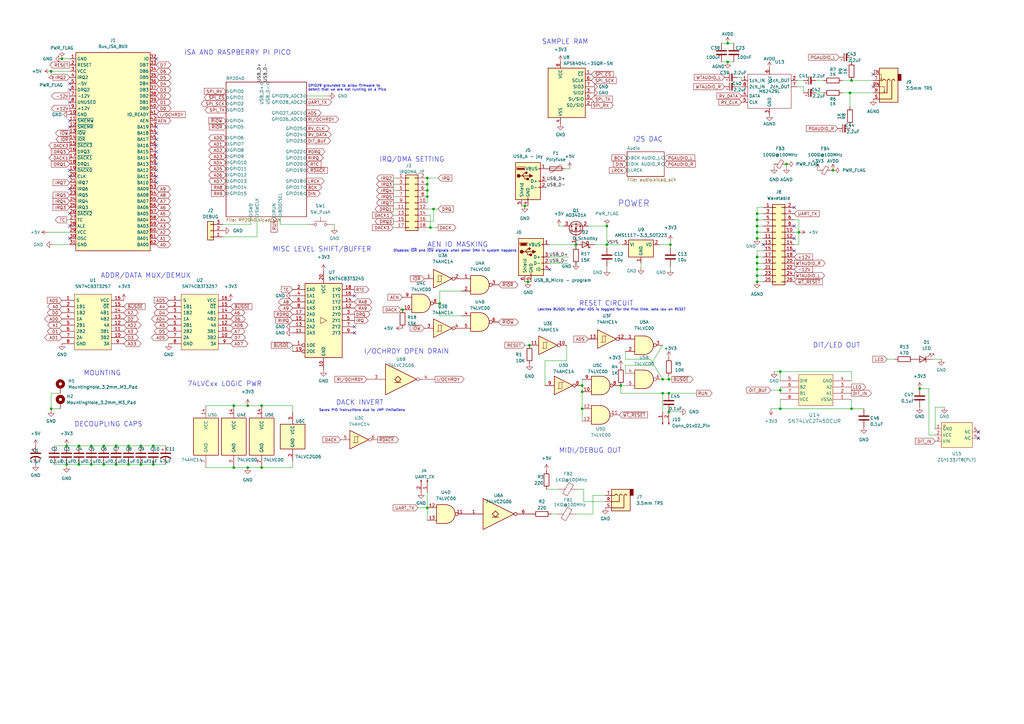
<source format=kicad_sch>
(kicad_sch (version 20230121) (generator eeschema)
  (paper "A3")
  (title_block (title "PicoGUS v1.1"))
  (junction (at 274.32 155.575))
  (junction (at 349.25 33.02))
  (junction (at 310.515 105.41))
  (junction (at 177.8 85.725))
  (junction (at 322.58 67.31))
  (junction (at 238.76 167.64))
  (junction (at 310.515 110.49))
  (junction (at 248.92 92.71))
  (junction (at 175.26 78.105))
  (junction (at 377.19 159.385))
  (junction (at 47.625 182.88))
  (junction (at 274.32 161.29))
  (junction (at 310.515 92.71))
  (junction (at 320.04 160.02))
  (junction (at 341.63 69.85))
  (junction (at 52.705 182.88))
  (junction (at 310.515 107.95))
  (junction (at 62.865 182.88))
  (junction (at 274.32 168.91))
  (junction (at 310.515 90.17))
  (junction (at 101.6 166.37))
  (junction (at 320.04 152.4))
  (junction (at 310.515 115.57))
  (junction (at 238.76 158.115))
  (junction (at 107.315 191.77))
  (junction (at 57.785 190.5))
  (junction (at 32.385 182.88))
  (junction (at 320.04 167.64))
  (junction (at 176.53 93.345))
  (junction (at 32.385 190.5))
  (junction (at 248.92 100.33))
  (junction (at 42.545 182.88))
  (junction (at 52.705 190.5))
  (junction (at 37.465 182.88))
  (junction (at 27.305 182.88))
  (junction (at 298.45 17.78))
  (junction (at 107.315 166.37))
  (junction (at 95.885 191.77))
  (junction (at 216.535 115.57))
  (junction (at 42.545 190.5))
  (junction (at 175.26 73.025))
  (junction (at 327.66 95.25))
  (junction (at 62.865 190.5))
  (junction (at 254.635 158.115))
  (junction (at 348.615 38.1))
  (junction (at 175.26 208.28))
  (junction (at 175.26 75.565))
  (junction (at 57.785 182.88))
  (junction (at 101.6 191.77))
  (junction (at 236.22 100.33))
  (junction (at 238.76 160.655))
  (junction (at 20.955 167.64))
  (junction (at 349.25 167.64))
  (junction (at 215.265 84.455))
  (junction (at 298.45 25.4))
  (junction (at 47.625 190.5))
  (junction (at 175.26 80.645))
  (junction (at 274.955 100.33))
  (junction (at 165.1 127))
  (junction (at 180.34 124.46))
  (junction (at 37.465 190.5))
  (junction (at 310.515 113.03))
  (junction (at 310.515 95.25))
  (junction (at 95.885 166.37))
  (junction (at 310.515 97.79))
  (junction (at 20.955 29.21))
  (junction (at 271.78 155.575))
  (junction (at 271.78 161.29))
  (junction (at 310.515 87.63))
  (junction (at 217.17 141.605))
  (junction (at 25.4 24.13))
  (junction (at 27.305 190.5))
  (no_connect (at 325.755 85.09))
  (no_connect (at 64.135 72.39))
  (no_connect (at 28.575 36.83))
  (no_connect (at 145.415 121.285))
  (no_connect (at 401.32 177.165))
  (no_connect (at 64.135 52.07))
  (no_connect (at 64.135 57.15))
  (no_connect (at 313.055 100.33))
  (no_connect (at 28.575 92.71))
  (no_connect (at 225.425 110.49))
  (no_connect (at 64.135 62.23))
  (no_connect (at 28.575 34.29))
  (no_connect (at 325.755 97.79))
  (no_connect (at 358.14 35.56))
  (no_connect (at 64.135 59.69))
  (no_connect (at 28.575 97.79))
  (no_connect (at 401.32 179.705))
  (no_connect (at 28.575 72.39))
  (no_connect (at 28.575 87.63))
  (no_connect (at 64.135 24.13))
  (no_connect (at 28.575 49.53))
  (no_connect (at 145.415 136.525))
  (no_connect (at 28.575 77.47))
  (no_connect (at 64.135 67.31))
  (no_connect (at 325.755 92.71))
  (no_connect (at 28.575 52.07))
  (no_connect (at 325.755 102.87))
  (no_connect (at 145.415 133.985))
  (no_connect (at 64.135 74.93))
  (no_connect (at 28.575 41.91))
  (no_connect (at 64.135 69.85))
  (no_connect (at 358.14 30.48))
  (no_connect (at 64.135 64.77))
  (no_connect (at 28.575 69.85))
  (no_connect (at 64.135 54.61))
  (wire (pts (xy 243.84 100.33) (xy 248.92 100.33)))
  (wire (pts (xy 238.76 158.115) (xy 238.76 160.655)))
  (wire (pts (xy 341.63 69.85) (xy 340.995 69.85)))
  (wire (pts (xy 84.455 166.37) (xy 95.885 166.37)))
  (wire (pts (xy 175.26 75.565) (xy 175.26 78.105)))
  (wire (pts (xy 310.515 97.79) (xy 313.055 97.79)))
  (wire (pts (xy 102.87 92.075) (xy 102.87 88.9)))
  (wire (pts (xy 161.29 88.265) (xy 162.56 88.265)))
  (wire (pts (xy 254.635 158.115) (xy 256.54 158.115)))
  (wire (pts (xy 310.515 115.57) (xy 313.055 115.57)))
  (wire (pts (xy 322.58 67.31) (xy 322.58 68.58)))
  (wire (pts (xy 335.28 69.85) (xy 335.915 69.85)))
  (wire (pts (xy 224.155 200.66) (xy 229.235 200.66)))
  (wire (pts (xy 310.515 87.63) (xy 313.055 87.63)))
  (wire (pts (xy 19.685 95.25) (xy 28.575 95.25)))
  (wire (pts (xy 175.26 73.025) (xy 175.26 75.565)))
  (wire (pts (xy 329.565 33.02) (xy 327.025 33.02)))
  (wire (pts (xy 161.29 75.565) (xy 162.56 75.565)))
  (wire (pts (xy 310.515 110.49) (xy 313.055 110.49)))
  (wire (pts (xy 363.855 147.32) (xy 367.03 147.32)))
  (wire (pts (xy 266.7 149.86) (xy 256.54 149.86)))
  (wire (pts (xy 285.75 161.29) (xy 274.32 161.29)))
  (wire (pts (xy 27.305 182.88) (xy 32.385 182.88)))
  (wire (pts (xy 161.29 93.345) (xy 162.56 93.345)))
  (wire (pts (xy 310.515 97.79) (xy 310.515 95.25)))
  (wire (pts (xy 274.955 101.6) (xy 274.955 100.33)))
  (wire (pts (xy 298.45 17.78) (xy 300.99 17.78)))
  (wire (pts (xy 248.92 92.71) (xy 248.92 100.33)))
  (wire (pts (xy 177.8 85.725) (xy 177.8 90.805)))
  (wire (pts (xy 320.04 167.64) (xy 320.04 163.83)))
  (wire (pts (xy 256.54 149.86) (xy 256.54 153.035)))
  (wire (pts (xy 175.26 88.265) (xy 176.53 88.265)))
  (wire (pts (xy 317.5 67.31) (xy 317.5 68.58)))
  (wire (pts (xy 236.22 100.965) (xy 236.22 100.33)))
  (wire (pts (xy 24.765 167.64) (xy 20.955 167.64)))
  (wire (pts (xy 239.395 205.74) (xy 248.285 205.74)))
  (wire (pts (xy 42.545 190.5) (xy 47.625 190.5)))
  (wire (pts (xy 310.515 92.71) (xy 310.515 90.17)))
  (wire (pts (xy 320.04 152.4) (xy 320.04 156.21)))
  (wire (pts (xy 377.19 159.385) (xy 381 159.385)))
  (wire (pts (xy 327.66 100.33) (xy 327.66 95.25)))
  (wire (pts (xy 274.955 100.33) (xy 274.955 99.06)))
  (wire (pts (xy 310.515 95.25) (xy 310.515 92.71)))
  (wire (pts (xy 62.865 190.5) (xy 67.945 190.5)))
  (wire (pts (xy 295.91 17.78) (xy 298.45 17.78)))
  (wire (pts (xy 161.29 90.805) (xy 162.56 90.805)))
  (wire (pts (xy 114.935 88.9) (xy 114.935 92.075)))
  (wire (pts (xy 310.515 110.49) (xy 310.515 107.95)))
  (wire (pts (xy 334.645 38.1) (xy 337.82 38.1)))
  (wire (pts (xy 320.04 160.02) (xy 320.04 161.29)))
  (wire (pts (xy 316.23 160.02) (xy 320.04 160.02)))
  (wire (pts (xy 101.6 191.77) (xy 95.885 191.77)))
  (wire (pts (xy 271.78 161.29) (xy 274.32 161.29)))
  (wire (pts (xy 107.315 166.37) (xy 120.015 166.37)))
  (wire (pts (xy 243.205 203.2) (xy 248.285 203.2)))
  (wire (pts (xy 317.5 152.4) (xy 320.04 152.4)))
  (wire (pts (xy 161.29 73.025) (xy 162.56 73.025)))
  (wire (pts (xy 349.25 23.495) (xy 349.25 25.4)))
  (wire (pts (xy 20.955 161.29) (xy 20.955 167.64)))
  (wire (pts (xy 20.955 167.64) (xy 20.955 168.275)))
  (wire (pts (xy 24.765 161.29) (xy 20.955 161.29)))
  (wire (pts (xy 310.515 92.71) (xy 313.055 92.71)))
  (wire (pts (xy 348.615 38.1) (xy 348.615 43.815)))
  (wire (pts (xy 20.955 29.21) (xy 28.575 29.21)))
  (wire (pts (xy 57.785 182.88) (xy 62.865 182.88)))
  (wire (pts (xy 161.29 78.105) (xy 162.56 78.105)))
  (wire (pts (xy 248.92 101.6) (xy 248.92 100.33)))
  (wire (pts (xy 228.6 210.82) (xy 226.06 210.82)))
  (wire (pts (xy 302.26 35.56) (xy 304.165 35.56)))
  (wire (pts (xy 327.66 95.25) (xy 327.66 90.17)))
  (wire (pts (xy 137.16 93.345) (xy 137.16 92.075)))
  (wire (pts (xy 236.22 108.585) (xy 236.22 107.95)))
  (wire (pts (xy 232.41 141.605) (xy 232.41 147.955)))
  (wire (pts (xy 164.465 127) (xy 165.1 127)))
  (wire (pts (xy 114.935 92.075) (xy 126.365 92.075)))
  (wire (pts (xy 120.015 191.77) (xy 120.015 189.23)))
  (wire (pts (xy 137.16 92.075) (xy 136.525 92.075)))
  (wire (pts (xy 52.705 190.5) (xy 57.785 190.5)))
  (wire (pts (xy 37.465 182.88) (xy 42.545 182.88)))
  (wire (pts (xy 223.52 147.955) (xy 223.52 158.115)))
  (wire (pts (xy 177.8 85.725) (xy 179.705 85.725)))
  (wire (pts (xy 101.6 166.37) (xy 95.885 166.37)))
  (wire (pts (xy 91.44 97.155) (xy 105.41 97.155)))
  (wire (pts (xy 275.59 155.575) (xy 274.32 155.575)))
  (wire (pts (xy 27.305 90.17) (xy 28.575 90.17)))
  (wire (pts (xy 310.515 107.95) (xy 310.515 105.41)))
  (wire (pts (xy 105.41 97.155) (xy 105.41 88.9)))
  (wire (pts (xy 239.395 200.66) (xy 239.395 205.74)))
  (wire (pts (xy 107.315 191.77) (xy 120.015 191.77)))
  (wire (pts (xy 27.305 190.5) (xy 32.385 190.5)))
  (wire (pts (xy 236.855 200.66) (xy 239.395 200.66)))
  (wire (pts (xy 329.565 38.1) (xy 329.565 35.56)))
  (wire (pts (xy 348.615 52.705) (xy 348.615 51.435)))
  (wire (pts (xy 21.59 100.33) (xy 28.575 100.33)))
  (wire (pts (xy 175.26 208.28) (xy 175.26 213.36)))
  (wire (pts (xy 175.26 201.93) (xy 175.26 208.28)))
  (wire (pts (xy 382.27 147.32) (xy 386.08 147.32)))
  (wire (pts (xy 320.04 158.75) (xy 320.04 160.02)))
  (wire (pts (xy 243.205 210.82) (xy 243.205 203.2)))
  (wire (pts (xy 229.235 92.71) (xy 231.14 92.71)))
  (wire (pts (xy 310.515 95.25) (xy 313.055 95.25)))
  (wire (pts (xy 47.625 190.5) (xy 52.705 190.5)))
  (wire (pts (xy 238.76 155.575) (xy 238.76 158.115)))
  (wire (pts (xy 32.385 190.5) (xy 37.465 190.5)))
  (wire (pts (xy 120.015 141.605) (xy 120.015 144.145)))
  (wire (pts (xy 302.26 31.75) (xy 304.165 31.75)))
  (wire (pts (xy 255.27 100.33) (xy 248.92 100.33)))
  (wire (pts (xy 20.955 29.21) (xy 20.955 29.845)))
  (wire (pts (xy 320.04 167.64) (xy 349.25 167.64)))
  (wire (pts (xy 325.755 100.33) (xy 327.66 100.33)))
  (wire (pts (xy 213.995 84.455) (xy 215.265 84.455)))
  (wire (pts (xy 266.7 147.32) (xy 271.78 155.575)))
  (wire (pts (xy 232.41 147.955) (xy 223.52 147.955)))
  (wire (pts (xy 42.545 182.88) (xy 47.625 182.88)))
  (wire (pts (xy 236.22 210.82) (xy 243.205 210.82)))
  (wire (pts (xy 101.6 191.77) (xy 107.315 191.77)))
  (wire (pts (xy 175.26 80.645) (xy 175.26 83.185)))
  (wire (pts (xy 180.34 124.46) (xy 180.34 129.54)))
  (wire (pts (xy 176.53 93.345) (xy 179.705 93.345)))
  (wire (pts (xy 310.515 105.41) (xy 313.055 105.41)))
  (wire (pts (xy 175.26 73.025) (xy 179.705 73.025)))
  (wire (pts (xy 345.44 33.02) (xy 349.25 33.02)))
  (wire (pts (xy 271.78 161.29) (xy 271.78 168.91)))
  (wire (pts (xy 310.515 105.41) (xy 310.515 102.87)))
  (wire (pts (xy 298.45 25.4) (xy 300.99 25.4)))
  (wire (pts (xy 329.565 35.56) (xy 327.025 35.56)))
  (wire (pts (xy 295.91 25.4) (xy 298.45 25.4)))
  (wire (pts (xy 325.755 90.17) (xy 327.66 90.17)))
  (wire (pts (xy 161.29 80.645) (xy 162.56 80.645)))
  (wire (pts (xy 254.635 161.29) (xy 254.635 158.115)))
  (wire (pts (xy 310.515 102.87) (xy 313.055 102.87)))
  (wire (pts (xy 241.3 92.71) (xy 248.92 92.71)))
  (wire (pts (xy 180.34 129.54) (xy 189.23 129.54)))
  (wire (pts (xy 310.515 90.17) (xy 313.055 90.17)))
  (wire (pts (xy 348.615 38.1) (xy 358.14 38.1)))
  (wire (pts (xy 349.25 152.4) (xy 349.25 156.21)))
  (wire (pts (xy 225.425 107.95) (xy 233.045 107.95)))
  (wire (pts (xy 254.635 158.115) (xy 254 158.115)))
  (wire (pts (xy 345.44 38.1) (xy 348.615 38.1)))
  (wire (pts (xy 320.04 152.4) (xy 349.25 152.4)))
  (wire (pts (xy 175.26 85.725) (xy 177.8 85.725)))
  (wire (pts (xy 238.76 160.655) (xy 238.76 167.64)))
  (wire (pts (xy 310.515 85.09) (xy 313.055 85.09)))
  (wire (pts (xy 238.76 167.64) (xy 238.76 172.72)))
  (wire (pts (xy 175.26 78.105) (xy 175.26 80.645)))
  (wire (pts (xy 349.25 163.83) (xy 349.25 167.64)))
  (wire (pts (xy 225.425 105.41) (xy 233.045 105.41)))
  (wire (pts (xy 310.515 107.95) (xy 313.055 107.95)))
  (wire (pts (xy 304.165 31.75) (xy 304.165 33.02)))
  (wire (pts (xy 310.515 87.63) (xy 310.515 85.09)))
  (wire (pts (xy 383.54 167.005) (xy 387.35 167.005)))
  (wire (pts (xy 120.015 166.37) (xy 120.015 168.91)))
  (wire (pts (xy 310.515 113.03) (xy 310.515 110.49)))
  (wire (pts (xy 383.54 167.005) (xy 383.54 175.895)))
  (wire (pts (xy 310.515 115.57) (xy 310.515 113.03)))
  (wire (pts (xy 47.625 182.88) (xy 52.705 182.88)))
  (wire (pts (xy 216.535 115.57) (xy 217.805 115.57)))
  (wire (pts (xy 325.755 95.25) (xy 327.66 95.25)))
  (wire (pts (xy 310.515 113.03) (xy 313.055 113.03)))
  (wire (pts (xy 248.92 109.22) (xy 248.92 110.49)))
  (wire (pts (xy 175.26 93.345) (xy 176.53 93.345)))
  (wire (pts (xy 274.32 154.305) (xy 274.32 155.575)))
  (wire (pts (xy 337.82 33.02) (xy 334.645 33.02)))
  (wire (pts (xy 270.51 100.33) (xy 274.955 100.33)))
  (wire (pts (xy 125.73 39.37) (xy 134.62 39.37)))
  (wire (pts (xy 171.45 208.28) (xy 175.26 208.28)))
  (wire (pts (xy 22.225 182.88) (xy 27.305 182.88)))
  (wire (pts (xy 215.265 141.605) (xy 217.17 141.605)))
  (wire (pts (xy 189.23 119.38) (xy 180.34 119.38)))
  (wire (pts (xy 233.68 69.215) (xy 231.775 69.215)))
  (wire (pts (xy 349.25 33.02) (xy 358.14 33.02)))
  (wire (pts (xy 381 178.435) (xy 383.54 178.435)))
  (wire (pts (xy 349.25 167.64) (xy 354.33 167.64)))
  (wire (pts (xy 316.23 167.64) (xy 320.04 167.64)))
  (wire (pts (xy 57.785 190.5) (xy 62.865 190.5)))
  (wire (pts (xy 22.225 190.5) (xy 27.305 190.5)))
  (wire (pts (xy 37.465 190.5) (xy 42.545 190.5)))
  (wire (pts (xy 381 159.385) (xy 381 178.435)))
  (wire (pts (xy 84.455 191.77) (xy 95.885 191.77)))
  (wire (pts (xy 91.44 92.075) (xy 102.87 92.075)))
  (wire (pts (xy 180.34 119.38) (xy 180.34 124.46)))
  (wire (pts (xy 215.265 115.57) (xy 216.535 115.57)))
  (wire (pts (xy 271.78 141.605) (xy 266.7 149.86)))
  (wire (pts (xy 278.765 168.91) (xy 274.32 168.91)))
  (wire (pts (xy 52.705 182.88) (xy 57.785 182.88)))
  (wire (pts (xy 176.53 88.265) (xy 176.53 93.345)))
  (wire (pts (xy 62.865 182.88) (xy 67.945 182.88)))
  (wire (pts (xy 161.29 83.185) (xy 162.56 83.185)))
  (wire (pts (xy 262.89 107.95) (xy 262.89 109.855)))
  (wire (pts (xy 256.54 147.32) (xy 266.7 147.32)))
  (wire (pts (xy 101.6 166.37) (xy 107.315 166.37)))
  (wire (pts (xy 254.635 161.29) (xy 271.78 161.29)))
  (wire (pts (xy 177.8 90.805) (xy 175.26 90.805)))
  (wire (pts (xy 215.265 84.455) (xy 216.535 84.455)))
  (wire (pts (xy 310.515 90.17) (xy 310.515 87.63)))
  (wire (pts (xy 161.29 85.725) (xy 162.56 85.725)))
  (wire (pts (xy 32.385 182.88) (xy 37.465 182.88)))
  (wire (pts (xy 27.305 190.5) (xy 27.305 191.135)))
  (wire (pts (xy 274.955 109.22) (xy 274.955 110.49)))
  (wire (pts (xy 225.425 100.33) (xy 236.22 100.33)))
  (wire (pts (xy 25.4 24.13) (xy 28.575 24.13)))
  (wire (pts (xy 256.54 147.32) (xy 256.54 144.145)))
  (wire (pts (xy 271.78 155.575) (xy 274.32 155.575)))
  (text "Saves PIO instructions due to JMP limitations" (at 130.81 168.91 0) (effects (font (size 1 1)) (justify left bottom)))
  (text "DECOUPLING CAPS" (at 30.48 175.26 0) (effects (font (size 2 2)) (justify left bottom)))
  (text "GPIO29 grounded to allow firmware to \ndetect that we are not running on a Pico" (at 126.365 37.465 0) (effects (font (size 1 1)) (justify left bottom)))
  (text "I2S DAC" (at 259.715 58.42 0) (effects (font (size 2 2)) (justify left bottom)))
  (text "Disables ~{IOR} and ~{IOW} signals when other DMA in system happens" (at 161.29 103.505 0) (effects (font (size 1 1)) (justify left bottom)))
  (text "Latches BUSOE high after ADS is toggled for the first time, sets low on RESET" (at 220.345 127.635 0) (effects (font (size 1 1)) (justify left bottom)))
  (text "MIDI/DEBUG OUT" (at 229.235 186.055 0) (effects (font (size 2 2)) (justify left bottom)))
  (text "MOUNTING" (at 34.29 154.305 0) (effects (font (size 2 2)) (justify left bottom)))
  (text "MISC LEVEL SHIFT/BUFFER" (at 111.76 103.505 0) (effects (font (size 2 2)) (justify left bottom)))
  (text "IRQ/DMA SETTING" (at 155.575 66.675 0) (effects (font (size 2 2)) (justify left bottom)))
  (text "DIT/LED OUT" (at 333.375 142.875 0) (effects (font (size 2 2)) (justify left bottom)))
  (text "DACK INVERT" (at 137.795 166.37 0) (effects (font (size 2 2)) (justify left bottom)))
  (text "ADDR/DATA MUX/DEMUX" (at 41.275 114.3 0) (effects (font (size 2 2)) (justify left bottom)))
  (text "SAMPLE RAM" (at 222.25 18.415 0) (effects (font (size 2 2)) (justify left bottom)))
  (text "AEN IO MASKING" (at 175.26 101.6 0) (effects (font (size 2 2)) (justify left bottom)))
  (text "ISA AND RASPBERRY PI PICO" (at 75.565 22.86 0) (effects (font (size 2 2)) (justify left bottom)))
  (text "POWER" (at 253.365 85.09 0) (effects (font (size 2.54 2.54)) (justify left bottom)))
  (text "RESET CIRCUIT" (at 237.49 125.73 0) (effects (font (size 2 2)) (justify left bottom)))
  (text "I/OCHRDY OPEN DRAIN" (at 149.225 145.415 0) (effects (font (size 2 2)) (justify left bottom)))
  (text "74LVCxx LOGIC PWR" (at 76.835 158.75 0) (effects (font (size 2 2)) (justify left bottom)))
  (label "USB_D+" (at 107.315 33.655 90))
  (label "USB_D+" (at 224.155 74.295 0))
  (label "USB_D-" (at 109.855 33.655 90))
  (label "USB_D-" (at 224.155 76.835 0))
  (label "USB_D-" (at 233.045 107.95 180))
  (label "USB_D+" (at 233.045 105.41 180))
  (label "VSYS" (at 248.92 100.33 0))
  (global_label "-12V" (shape output) (at 28.575 39.37 180) (property "Intersheetrefs" "${INTERSHEET_REFS}" (effects hide)))
  (global_label "~{BUSOE}" (shape input) (at 50.8 125.73 0) (property "Intersheetrefs" "${INTERSHEET_REFS}" (effects hide)))
  (global_label "IRQ3" (shape input) (at 28.575 85.09 180) (property "Intersheetrefs" "${INTERSHEET_REFS}" (effects hide)))
  (global_label "A9" (shape bidirectional) (at 64.135 77.47 0) (property "Intersheetrefs" "${INTERSHEET_REFS}" (effects hide)))
  (global_label "D0" (shape bidirectional) (at 64.135 44.45 0) (property "Intersheetrefs" "${INTERSHEET_REFS}" (effects hide)))
  (global_label "D6" (shape bidirectional) (at 94.615 130.81 0) (property "Intersheetrefs" "${INTERSHEET_REFS}" (effects hide)))
  (global_label "LRCK" (shape output) (at 125.73 74.295 0) (property "Intersheetrefs" "${INTERSHEET_REFS}" (effects hide)))
  (global_label "IRQ" (shape input) (at 179.705 73.025 0) (property "Intersheetrefs" "${INTERSHEET_REFS}" (effects hide)))
  (global_label "A0" (shape bidirectional) (at 64.135 100.33 0) (property "Intersheetrefs" "${INTERSHEET_REFS}" (effects hide)))
  (global_label "+12V" (shape input) (at 325.755 105.41 0) (property "Intersheetrefs" "${INTERSHEET_REFS}" (effects hide)))
  (global_label "AD6" (shape bidirectional) (at 94.615 133.35 0) (property "Intersheetrefs" "${INTERSHEET_REFS}" (effects hide)))
  (global_label "A1" (shape bidirectional) (at 64.135 97.79 0) (property "Intersheetrefs" "${INTERSHEET_REFS}" (effects hide)))
  (global_label "A3" (shape bidirectional) (at 50.8 135.89 0) (property "Intersheetrefs" "${INTERSHEET_REFS}" (effects hide)))
  (global_label "D5" (shape bidirectional) (at 69.215 135.89 180) (property "Intersheetrefs" "${INTERSHEET_REFS}" (effects hide)))
  (global_label "WTAUDIO_R" (shape output) (at 325.755 107.95 0) (property "Intersheetrefs" "${INTERSHEET_REFS}" (effects hide)))
  (global_label "~{RIOR}" (shape input) (at 92.71 52.07 180) (property "Intersheetrefs" "${INTERSHEET_REFS}" (effects hide)))
  (global_label "DACK" (shape input) (at 139.7 180.34 180) (property "Intersheetrefs" "${INTERSHEET_REFS}" (effects hide)))
  (global_label "D7" (shape bidirectional) (at 94.615 138.43 0) (property "Intersheetrefs" "${INTERSHEET_REFS}" (effects hide)))
  (global_label "RTC" (shape output) (at 145.415 118.745 0) (property "Intersheetrefs" "${INTERSHEET_REFS}" (effects hide)))
  (global_label "IRQ3" (shape output) (at 161.29 75.565 180) (property "Intersheetrefs" "${INTERSHEET_REFS}" (effects hide)))
  (global_label "D4" (shape bidirectional) (at 69.215 128.27 180) (property "Intersheetrefs" "${INTERSHEET_REFS}" (effects hide)))
  (global_label "~{RIOR}" (shape bidirectional) (at 204.47 116.84 0) (property "Intersheetrefs" "${INTERSHEET_REFS}" (effects hide)))
  (global_label "RV_DATA" (shape input) (at 304.165 39.37 180) (property "Intersheetrefs" "${INTERSHEET_REFS}" (effects hide)))
  (global_label "UART_TX" (shape output) (at 125.73 41.91 0) (property "Intersheetrefs" "${INTERSHEET_REFS}" (effects hide)))
  (global_label "~{SPI_CS}" (shape input) (at 242.57 30.48 0) (property "Intersheetrefs" "${INTERSHEET_REFS}" (effects hide)))
  (global_label "D2" (shape bidirectional) (at 64.135 39.37 0) (property "Intersheetrefs" "${INTERSHEET_REFS}" (effects hide)))
  (global_label "RDRQ" (shape input) (at 120.015 128.905 180) (property "Intersheetrefs" "${INTERSHEET_REFS}" (effects hide)))
  (global_label "~{BUSOE}" (shape output) (at 275.59 155.575 0) (property "Intersheetrefs" "${INTERSHEET_REFS}" (effects hide)))
  (global_label "DACK1" (shape output) (at 28.575 64.77 180) (property "Intersheetrefs" "${INTERSHEET_REFS}" (effects hide)))
  (global_label "AD4" (shape bidirectional) (at 69.215 130.81 180) (property "Intersheetrefs" "${INTERSHEET_REFS}" (effects hide)))
  (global_label "D1" (shape bidirectional) (at 64.135 41.91 0) (property "Intersheetrefs" "${INTERSHEET_REFS}" (effects hide)))
  (global_label "DIN" (shape input) (at 257.175 67.31 180) (property "Intersheetrefs" "${INTERSHEET_REFS}" (effects hide)))
  (global_label "D1" (shape bidirectional) (at 25.4 135.89 180) (property "Intersheetrefs" "${INTERSHEET_REFS}" (effects hide)))
  (global_label "~{BUSOE}" (shape input) (at 120.015 141.605 180) (property "Intersheetrefs" "${INTERSHEET_REFS}" (effects hide)))
  (global_label "WTAUDIO_L" (shape input) (at 297.18 31.75 180) (property "Intersheetrefs" "${INTERSHEET_REFS}" (effects hide)))
  (global_label "I{slash}OCHRDY" (shape output) (at 178.435 155.575 0) (property "Intersheetrefs" "${INTERSHEET_REFS}" (effects hide)))
  (global_label "AD1" (shape bidirectional) (at 92.71 59.055 180) (property "Intersheetrefs" "${INTERSHEET_REFS}" (effects hide)))
  (global_label "DRQ3" (shape input) (at 28.575 62.23 180) (property "Intersheetrefs" "${INTERSHEET_REFS}" (effects hide)))
  (global_label "TC" (shape input) (at 120.015 118.745 180) (property "Intersheetrefs" "${INTERSHEET_REFS}" (effects hide)))
  (global_label "RI{slash}OCHRDY" (shape input) (at 150.495 155.575 180) (property "Intersheetrefs" "${INTERSHEET_REFS}" (effects hide)))
  (global_label "A8" (shape bidirectional) (at 64.135 80.01 0) (property "Intersheetrefs" "${INTERSHEET_REFS}" (effects hide)))
  (global_label "AD2" (shape bidirectional) (at 50.8 133.35 0) (property "Intersheetrefs" "${INTERSHEET_REFS}" (effects hide)))
  (global_label "SPI_SCK" (shape input) (at 242.57 33.02 0) (property "Intersheetrefs" "${INTERSHEET_REFS}" (effects hide)))
  (global_label "DACK" (shape output) (at 179.705 93.345 0) (property "Intersheetrefs" "${INTERSHEET_REFS}" (effects hide)))
  (global_label "BCK" (shape input) (at 257.175 64.77 180) (property "Intersheetrefs" "${INTERSHEET_REFS}" (effects hide)))
  (global_label "DACK1" (shape input) (at 161.29 88.265 180) (property "Intersheetrefs" "${INTERSHEET_REFS}" (effects hide)))
  (global_label "IRQ" (shape output) (at 145.415 131.445 0) (property "Intersheetrefs" "${INTERSHEET_REFS}" (effects hide)))
  (global_label "A4" (shape bidirectional) (at 69.215 125.73 180) (property "Intersheetrefs" "${INTERSHEET_REFS}" (effects hide)))
  (global_label "WTAUDIO_R" (shape input) (at 297.18 35.56 180) (property "Intersheetrefs" "${INTERSHEET_REFS}" (effects hide)))
  (global_label "A6" (shape bidirectional) (at 64.135 85.09 0) (property "Intersheetrefs" "${INTERSHEET_REFS}" (effects hide)))
  (global_label "DACK3" (shape output) (at 28.575 59.69 180) (property "Intersheetrefs" "${INTERSHEET_REFS}" (effects hide)))
  (global_label "~{SPI_CS}" (shape output) (at 92.71 40.005 180) (property "Intersheetrefs" "${INTERSHEET_REFS}" (effects hide)))
  (global_label "~{IOW}" (shape input) (at 173.99 134.62 180) (property "Intersheetrefs" "${INTERSHEET_REFS}" (effects hide)))
  (global_label "LED" (shape output) (at 349.25 158.75 0) (property "Intersheetrefs" "${INTERSHEET_REFS}" (effects hide)))
  (global_label "AD1" (shape bidirectional) (at 25.4 138.43 180) (property "Intersheetrefs" "${INTERSHEET_REFS}" (effects hide)))
  (global_label "DRQ1" (shape output) (at 161.29 85.725 180) (property "Intersheetrefs" "${INTERSHEET_REFS}" (effects hide)))
  (global_label "IRQ7" (shape output) (at 161.29 83.185 180) (property "Intersheetrefs" "${INTERSHEET_REFS}" (effects hide)))
  (global_label "D3" (shape bidirectional) (at 50.8 138.43 0) (property "Intersheetrefs" "${INTERSHEET_REFS}" (effects hide)))
  (global_label "A2" (shape bidirectional) (at 64.135 95.25 0) (property "Intersheetrefs" "${INTERSHEET_REFS}" (effects hide)))
  (global_label "AD0" (shape bidirectional) (at 92.71 56.515 180) (property "Intersheetrefs" "${INTERSHEET_REFS}" (effects hide)))
  (global_label "A4" (shape bidirectional) (at 64.135 90.17 0) (property "Intersheetrefs" "${INTERSHEET_REFS}" (effects hide)))
  (global_label "IRQ7" (shape input) (at 28.575 74.93 180) (property "Intersheetrefs" "${INTERSHEET_REFS}" (effects hide)))
  (global_label "UART_TX" (shape input) (at 171.45 208.28 180) (property "Intersheetrefs" "${INTERSHEET_REFS}" (effects hide)))
  (global_label "DIT_IN" (shape input) (at 383.54 180.975 180) (property "Intersheetrefs" "${INTERSHEET_REFS}" (effects hide)))
  (global_label "RA8" (shape bidirectional) (at 145.415 123.825 0) (property "Intersheetrefs" "${INTERSHEET_REFS}" (effects hide)))
  (global_label "D7" (shape bidirectional) (at 64.135 26.67 0) (property "Intersheetrefs" "${INTERSHEET_REFS}" (effects hide)))
  (global_label "PGAUDIO_R" (shape input) (at 272.415 67.31 0) (property "Intersheetrefs" "${INTERSHEET_REFS}" (effects hide)))
  (global_label "DIT_BUF" (shape output) (at 125.73 57.785 0) (property "Intersheetrefs" "${INTERSHEET_REFS}" (effects hide)))
  (global_label "AEN" (shape input) (at 165.1 121.92 180) (property "Intersheetrefs" "${INTERSHEET_REFS}" (effects hide)))
  (global_label "IRQ5" (shape output) (at 161.29 80.645 180) (property "Intersheetrefs" "${INTERSHEET_REFS}" (effects hide)))
  (global_label "~{RDACK}" (shape output) (at 154.94 180.34 0) (property "Intersheetrefs" "${INTERSHEET_REFS}" (effects hide)))
  (global_label "DIN" (shape output) (at 125.73 79.375 0) (property "Intersheetrefs" "${INTERSHEET_REFS}" (effects hide)))
  (global_label "AD3" (shape bidirectional) (at 50.8 140.97 0) (property "Intersheetrefs" "${INTERSHEET_REFS}" (effects hide)))
  (global_label "~{IOW}" (shape output) (at 28.575 54.61 180) (property "Intersheetrefs" "${INTERSHEET_REFS}" (effects hide)))
  (global_label "~{IOR}" (shape output) (at 28.575 57.15 180) (property "Intersheetrefs" "${INTERSHEET_REFS}" (effects hide)))
  (global_label "A2" (shape bidirectional) (at 50.8 128.27 0) (property "Intersheetrefs" "${INTERSHEET_REFS}" (effects hide)))
  (global_label "RI{slash}OCHRDY" (shape output) (at 125.73 48.895 0) (property "Intersheetrefs" "${INTERSHEET_REFS}" (effects hide)))
  (global_label "ADS" (shape input) (at 25.4 123.19 180) (property "Intersheetrefs" "${INTERSHEET_REFS}" (effects hide)))
  (global_label "DRQ1" (shape input) (at 28.575 67.31 180) (property "Intersheetrefs" "${INTERSHEET_REFS}" (effects hide)))
  (global_label "~{WT_RESET}" (shape input) (at 254 170.18 0) (property "Intersheetrefs" "${INTERSHEET_REFS}" (effects hide)))
  (global_label "AD2" (shape bidirectional) (at 92.71 61.595 180) (property "Intersheetrefs" "${INTERSHEET_REFS}" (effects hide)))
  (global_label "SPI_TX" (shape input) (at 242.57 40.64 0) (property "Intersheetrefs" "${INTERSHEET_REFS}" (effects hide)))
  (global_label "A0" (shape bidirectional) (at 25.4 125.73 180) (property "Intersheetrefs" "${INTERSHEET_REFS}" (effects hide)))
  (global_label "AD6" (shape bidirectional) (at 92.71 71.755 180) (property "Intersheetrefs" "${INTERSHEET_REFS}" (effects hide)))
  (global_label "AD4" (shape bidirectional) (at 92.71 66.675 180) (property "Intersheetrefs" "${INTERSHEET_REFS}" (effects hide)))
  (global_label "~{RIOW}" (shape input) (at 92.71 49.53 180) (property "Intersheetrefs" "${INTERSHEET_REFS}" (effects hide)))
  (global_label "ADS" (shape input) (at 241.3 139.065 180) (property "Intersheetrefs" "${INTERSHEET_REFS}" (effects hide)))
  (global_label "D5" (shape bidirectional) (at 64.135 31.75 0) (property "Intersheetrefs" "${INTERSHEET_REFS}" (effects hide)))
  (global_label "RV_CLK" (shape output) (at 125.73 52.705 0) (property "Intersheetrefs" "${INTERSHEET_REFS}" (effects hide)))
  (global_label "IRQ4" (shape input) (at 28.575 82.55 180) (property "Intersheetrefs" "${INTERSHEET_REFS}" (effects hide)))
  (global_label "D2" (shape bidirectional) (at 50.8 130.81 0) (property "Intersheetrefs" "${INTERSHEET_REFS}" (effects hide)))
  (global_label "AD0" (shape bidirectional) (at 25.4 130.81 180) (property "Intersheetrefs" "${INTERSHEET_REFS}" (effects hide)))
  (global_label "IRQ2" (shape input) (at 28.575 31.75 180) (property "Intersheetrefs" "${INTERSHEET_REFS}" (effects hide)))
  (global_label "LRCK" (shape input) (at 257.175 69.85 180) (property "Intersheetrefs" "${INTERSHEET_REFS}" (effects hide)))
  (global_label "RA8" (shape input) (at 92.71 76.835 180) (property "Intersheetrefs" "${INTERSHEET_REFS}" (effects hide)))
  (global_label "SPI_RX" (shape input) (at 92.71 37.465 180) (property "Intersheetrefs" "${INTERSHEET_REFS}" (effects hide)))
  (global_label "RA9" (shape bidirectional) (at 145.415 126.365 0) (property "Intersheetrefs" "${INTERSHEET_REFS}" (effects hide)))
  (global_label "RESET" (shape input) (at 215.265 141.605 180) (property "Intersheetrefs" "${INTERSHEET_REFS}" (effects hide)))
  (global_label "SPI_SCK" (shape output) (at 92.71 42.545 180) (property "Intersheetrefs" "${INTERSHEET_REFS}" (effects hide)))
  (global_label "RIRQ" (shape output) (at 125.73 64.77 0) (property "Intersheetrefs" "${INTERSHEET_REFS}" (effects hide)))
  (global_label "WTAUDIO_L" (shape output) (at 325.755 113.03 0) (property "Intersheetrefs" "${INTERSHEET_REFS}" (effects hide)))
  (global_label "PGAUDIO_L" (shape input) (at 344.17 23.495 180) (property "Intersheetrefs" "${INTERSHEET_REFS}" (effects hide)))
  (global_label "TC" (shape output) (at 27.305 90.17 180) (property "Intersheetrefs" "${INTERSHEET_REFS}" (effects hide)))
  (global_label "A7" (shape bidirectional) (at 64.135 82.55 0) (property "Intersheetrefs" "${INTERSHEET_REFS}" (effects hide)))
  (global_label "SPI_RX" (shape output) (at 242.57 43.18 0) (property "Intersheetrefs" "${INTERSHEET_REFS}" (effects hide)))
  (global_label "LED" (shape input) (at 363.855 147.32 180) (property "Intersheetrefs" "${INTERSHEET_REFS}" (effects hide)))
  (global_label "A5" (shape bidirectional) (at 69.215 133.35 180) (property "Intersheetrefs" "${INTERSHEET_REFS}" (effects hide)))
  (global_label "RESET" (shape output) (at 28.575 26.67 180) (property "Intersheetrefs" "${INTERSHEET_REFS}" (effects hide)))
  (global_label "RDRQ" (shape output) (at 125.73 62.23 0) (property "Intersheetrefs" "${INTERSHEET_REFS}" (effects hide)))
  (global_label "D4" (shape bidirectional) (at 64.135 34.29 0) (property "Intersheetrefs" "${INTERSHEET_REFS}" (effects hide)))
  (global_label "I{slash}OCHRDY" (shape input) (at 64.135 46.99 0) (property "Intersheetrefs" "${INTERSHEET_REFS}" (effects hide)))
  (global_label "AD3" (shape bidirectional) (at 92.71 64.135 180) (property "Intersheetrefs" "${INTERSHEET_REFS}" (effects hide)))
  (global_label "AEN" (shape output) (at 64.135 49.53 0) (property "Intersheetrefs" "${INTERSHEET_REFS}" (effects hide)))
  (global_label "RV_DATA" (shape output) (at 125.73 55.245 0) (property "Intersheetrefs" "${INTERSHEET_REFS}" (effects hide)))
  (global_label "RIRQ" (shape input) (at 120.015 131.445 180) (property "Intersheetrefs" "${INTERSHEET_REFS}" (effects hide)))
  (global_label "AD7" (shape bidirectional) (at 92.71 74.295 180) (property "Intersheetrefs" "${INTERSHEET_REFS}" (effects hide)))
  (global_label "DRQ" (shape output) (at 145.415 128.905 0) (property "Intersheetrefs" "${INTERSHEET_REFS}" (effects hide)))
  (global_label "A9" (shape bidirectional) (at 120.015 126.365 180) (property "Intersheetrefs" "${INTERSHEET_REFS}" (effects hide)))
  (global_label "ADS" (shape input) (at 69.215 123.19 180) (property "Intersheetrefs" "${INTERSHEET_REFS}" (effects hide)))
  (global_label "D3" (shape bidirectional) (at 64.135 36.83 0) (property "Intersheetrefs" "${INTERSHEET_REFS}" (effects hide)))
  (global_label "+12V" (shape output) (at 28.575 44.45 180) (property "Intersheetrefs" "${INTERSHEET_REFS}" (effects hide)))
  (global_label "DIT_IN" (shape output) (at 349.25 161.29 0) (property "Intersheetrefs" "${INTERSHEET_REFS}" (effects hide)))
  (global_label "A1" (shape bidirectional) (at 25.4 133.35 180) (property "Intersheetrefs" "${INTERSHEET_REFS}" (effects hide)))
  (global_label "PGAUDIO_R" (shape input) (at 343.535 52.705 180) (property "Intersheetrefs" "${INTERSHEET_REFS}" (effects hide)))
  (global_label "A5" (shape bidirectional) (at 64.135 87.63 0) (property "Intersheetrefs" "${INTERSHEET_REFS}" (effects hide)))
  (global_label "DACK3" (shape input) (at 161.29 93.345 180) (property "Intersheetrefs" "${INTERSHEET_REFS}" (effects hide)))
  (global_label "UART_TX" (shape input) (at 325.755 87.63 0) (property "Intersheetrefs" "${INTERSHEET_REFS}" (effects hide)))
  (global_label "A7" (shape bidirectional) (at 94.615 135.89 0) (property "Intersheetrefs" "${INTERSHEET_REFS}" (effects hide)))
  (global_label "RV_CLK" (shape input) (at 304.165 41.91 180) (property "Intersheetrefs" "${INTERSHEET_REFS}" (effects hide)))
  (global_label "~{IOR}" (shape input) (at 173.99 114.3 180) (property "Intersheetrefs" "${INTERSHEET_REFS}" (effects hide)))
  (global_label "~{BUSOE}" (shape input) (at 94.615 125.73 0) (property "Intersheetrefs" "${INTERSHEET_REFS}" (effects hide)))
  (global_label "PGAUDIO_L" (shape input) (at 272.415 64.77 0) (property "Intersheetrefs" "${INTERSHEET_REFS}" (effects hide)))
  (global_label "BCK" (shape output) (at 125.73 76.835 0) (property "Intersheetrefs" "${INTERSHEET_REFS}" (effects hide)))
  (global_label "~{WT_RESET}" (shape input) (at 325.755 115.57 0) (property "Intersheetrefs" "${INTERSHEET_REFS}" (effects hide)))
  (global_label "ADS" (shape output) (at 125.73 46.355 0) (property "Intersheetrefs" "${INTERSHEET_REFS}" (effects hide)))
  (global_label "DIT_BUF" (shape input) (at 316.23 160.02 180) (property "Intersheetrefs" "${INTERSHEET_REFS}" (effects hide)))
  (global_label "IRQ4" (shape output) (at 161.29 78.105 180) (property "Intersheetrefs" "${INTERSHEET_REFS}" (effects hide)))
  (global_label "~{RDACK}" (shape input) (at 125.73 69.85 0) (property "Intersheetrefs" "${INTERSHEET_REFS}" (effects hide)))
  (global_label "RUN" (shape output) (at 285.75 161.29 0) (property "Intersheetrefs" "${INTERSHEET_REFS}" (effects hide)))
  (global_label "RTC" (shape input) (at 125.73 67.31 0) (property "Intersheetrefs" "${INTERSHEET_REFS}" (effects hide)))
  (global_label "DRQ" (shape input) (at 179.705 85.725 0) (property "Intersheetrefs" "${INTERSHEET_REFS}" (effects hide)))
  (global_label "-12V" (shape input) (at 325.755 110.49 0) (property "Intersheetrefs" "${INTERSHEET_REFS}" (effects hide)))
  (global_label "D6" (shape bidirectional) (at 64.135 29.21 0) (property "Intersheetrefs" "${INTERSHEET_REFS}" (effects hide)))
  (global_label "D0" (shape bidirectional) (at 25.4 128.27 180) (property "Intersheetrefs" "${INTERSHEET_REFS}" (effects hide)))
  (global_label "RUN" (shape input) (at 112.395 88.9 270) (property "Intersheetrefs" "${INTERSHEET_REFS}" (effects hide)))
  (global_label "AD5" (shape bidirectional) (at 69.215 138.43 180) (property "Intersheetrefs" "${INTERSHEET_REFS}" (effects hide)))
  (global_label "IRQ2" (shape output) (at 161.29 73.025 180) (property "Intersheetrefs" "${INTERSHEET_REFS}" (effects hide)))
  (global_label "A3" (shape bidirectional) (at 64.135 92.71 0) (property "Intersheetrefs" "${INTERSHEET_REFS}" (effects hide)))
  (global_label "DRQ3" (shape output) (at 161.29 90.805 180) (property "Intersheetrefs" "${INTERSHEET_REFS}" (effects hide)))
  (global_label "A6" (shape bidirectional) (at 94.615 128.27 0) (property "Intersheetrefs" "${INTERSHEET_REFS}" (effects hide)))
  (global_label "AD5" (shape bidirectional) (at 92.71 69.215 180) (property "Intersheetrefs" "${INTERSHEET_REFS}" (effects hide)))
  (global_label "AD7" (shape bidirectional) (at 94.615 140.97 0) (property "Intersheetrefs" "${INTERSHEET_REFS}" (effects hide)))
  (global_label "~{RIOW}" (shape bidirectional) (at 204.47 132.08 0) (property "Intersheetrefs" "${INTERSHEET_REFS}" (effects hide)))
  (global_label "IRQ5" (shape input) (at 28.575 80.01 180) (property "Intersheetrefs" "${INTERSHEET_REFS}" (effects hide)))
  (global_label "DACK" (shape input) (at 164.465 127 180) (property "Intersheetrefs" "${INTERSHEET_REFS}" (effects hide)))
  (global_label "A8" (shape bidirectional) (at 120.015 123.825 180) (property "Intersheetrefs" "${INTERSHEET_REFS}" (effects hide)))
  (global_label "RA9" (shape input) (at 92.71 79.375 180) (property "Intersheetrefs" "${INTERSHEET_REFS}" (effects hide)))
  (global_label "SPI_TX" (shape output) (at 92.71 45.085 180) (property "Intersheetrefs" "${INTERSHEET_REFS}" (effects hide)))
  (symbol (lib_id "power:+3.3V") (at 50.8 123.19 0) (unit 1)
    (property "Reference" "#PWR012" (effects hide))
    (property "Value" "+3.3V" (at 50.8 117.475 0))
  )
  (symbol (lib_id "74xx:74LS00") (at 264.16 155.575 0) (unit 2)
    (property "Reference" "U5" (at 264.16 146.685 0))
    (property "Value" "74LVC00" (at 264.16 149.225 0))
    (property "Footprint" "Package_SO:TSSOP-14_4.4x5mm_P0.65mm" (effects hide))
    (property "Datasheet" "http://www.ti.com/lit/gpn/sn74lvc00a" (effects hide))
  )
  (symbol (lib_id "74xx:74LS14") (at 224.79 141.605 0) (unit 5)
    (property "Reference" "U3" (at 224.79 132.715 0))
    (property "Value" "74AHC14" (at 224.79 135.255 0))
    (property "Footprint" "Package_SO:TSSOP-14_4.4x5mm_P0.65mm" (effects hide))
    (property "Datasheet" "https://www.ti.com/lit/gpn/sn74lvc14a" (effects hide))
  )
  (symbol (lib_id "power:+5V") (at 224.155 193.04 0) (unit 1)
    (property "Reference" "#PWR035" (effects hide))
    (property "Value" "+5V" (at 224.155 187.96 0))
  )
  (symbol (lib_id "Device:R") (at 349.25 29.21 180) (unit 1)
    (property "Reference" "R9" (at 344.805 29.21 90))
    (property "Value" "1K" (at 346.71 29.21 90))
    (property "Footprint" "Resistor_SMD:R_0402_1005Metric" (effects hide))
  )
  (symbol (lib_id "power:GND") (at 69.215 140.97 0) (unit 1)
    (property "Reference" "#PWR013" (effects hide))
    (property "Value" "GND" (at 69.215 145.415 0))
  )
  (symbol (lib_id "Device:C") (at 377.19 163.195 0) (unit 1)
    (property "Reference" "C47" (at 370.84 161.925 0) (effects (justify left)))
    (property "Value" "0.1uF" (at 369.57 164.465 0) (effects (justify left)))
    (property "Footprint" "Capacitor_SMD:C_0402_1005Metric" (effects hide))
  )
  (symbol (lib_id "Connector_Audio:AudioJack3") (at 253.365 205.74 180) (unit 1)
    (property "Reference" "J7" (at 260.985 203.835 0) (effects (justify right)))
    (property "Value" "3.5mm TRS" (at 260.985 206.375 0) (effects (justify right)))
    (property "Footprint" "Connector_Audio:Jack_3.5mm_CUI_SJ1-3535NG_Horizontal" (effects hide))
  )
  (symbol (lib_id "power:GND") (at 120.015 133.985 270) (unit 1)
    (property "Reference" "#PWR019" (effects hide))
    (property "Value" "GND" (at 114.935 133.985 90))
  )
  (symbol (lib_id "74xx:74LS00") (at 246.38 158.115 0) (unit 3)
    (property "Reference" "U5" (at 245.11 149.86 0))
    (property "Value" "74LVC00" (at 245.11 152.4 0))
    (property "Footprint" "Package_SO:TSSOP-14_4.4x5mm_P0.65mm" (effects hide))
    (property "Datasheet" "http://www.ti.com/lit/gpn/sn74lvc00a" (effects hide))
  )
  (symbol (lib_id "Device:R") (at 274.32 150.495 0) (unit 1)
    (property "Reference" "R5" (at 276.86 149.2249 0) (effects (justify left)))
    (property "Value" "10K" (at 276.86 151.7649 0) (effects (justify left)))
    (property "Footprint" "Resistor_SMD:R_0402_1005Metric" (effects hide))
  )
  (symbol (lib_id "Device:C") (at 354.33 171.45 0) (unit 1)
    (property "Reference" "C46" (at 356.87 171.45 0) (effects (justify left)))
    (property "Value" "0.1uF" (at 356.87 173.99 0) (effects (justify left)))
    (property "Footprint" "Capacitor_SMD:C_0402_1005Metric" (effects hide))
  )
  (symbol (lib_id "74xx:74LS00") (at 196.85 116.84 0) (unit 1)
    (property "Reference" "U4" (at 196.8417 107.95 0))
    (property "Value" "74LVC00" (at 196.8417 110.49 0))
    (property "Footprint" "Package_SO:TSSOP-14_4.4x5mm_P0.65mm" (effects hide))
    (property "Datasheet" "http://www.ti.com/lit/gpn/sn74vc00" (effects hide))
  )
  (symbol (lib_name "GND_1") (lib_id "power:GND") (at 310.515 97.79 0) (unit 1)
    (property "Reference" "#PWR045" (effects hide))
    (property "Value" "GND" (at 307.975 100.965 0))
  )
  (symbol (lib_id "power:GND") (at 14.605 190.5 0) (unit 1)
    (property "Reference" "#PWR05" (effects hide))
    (property "Value" "GND" (at 14.605 194.945 0))
  )
  (symbol (lib_id "PiGUS library:AGND") (at 310.515 115.57 0) (unit 1)
    (property "Reference" "#PWR046" (effects hide))
    (property "Value" "AGND" (at 310.515 120.65 0))
  )
  (symbol (lib_id "power:+3.3V") (at 335.28 69.85 0) (unit 1)
    (property "Reference" "#PWR022" (effects hide))
    (property "Value" "+3.3V" (at 335.28 66.04 0))
  )
  (symbol (lib_id "power:GND") (at 91.44 94.615 90) (unit 1)
    (property "Reference" "#PWR014" (effects hide))
    (property "Value" "GND" (at 95.5157 94.615 90) (effects (justify right)))
  )
  (symbol (lib_id "power:GND") (at 215.265 84.455 0) (unit 1)
    (property "Reference" "#PWR034" (effects hide))
    (property "Value" "GND" (at 215.265 89.535 0))
  )
  (symbol (lib_id "power:GND") (at 25.4 140.97 0) (unit 1)
    (property "Reference" "#PWR08" (effects hide))
    (property "Value" "GND" (at 25.4 145.415 0))
  )
  (symbol (lib_id "Device:C") (at 62.865 186.69 0) (unit 1)
    (property "Reference" "C10" (at 61.595 184.15 0) (effects (justify left)))
    (property "Value" "1uF" (at 60.96 189.23 0) (effects (justify left)))
    (property "Footprint" "Capacitor_SMD:C_0603_1608Metric" (effects hide))
  )
  (symbol (lib_id "power:+3.3V") (at 274.32 146.685 0) (unit 1)
    (property "Reference" "#PWR041" (effects hide))
    (property "Value" "+3.3V" (at 274.955 142.875 0))
  )
  (symbol (lib_id "power:PWR_FLAG") (at 25.4 24.13 0) (unit 1)
    (property "Reference" "#FLG02" (effects hide))
    (property "Value" "PWR_FLAG" (at 25.4 19.685 0))
  )
  (symbol (lib_id "power:GND") (at 242.57 35.56 90) (unit 1)
    (property "Reference" "#PWR029" (effects hide))
    (property "Value" "GND" (at 249.555 35.56 90) (effects (justify left)))
  )
  (symbol (lib_id "Device:C") (at 52.705 186.69 0) (unit 1)
    (property "Reference" "C8" (at 51.435 184.15 0) (effects (justify left)))
    (property "Value" "0.1uF" (at 50.165 189.23 0) (effects (justify left)))
    (property "Footprint" "Capacitor_SMD:C_0402_1005Metric" (effects hide))
  )
  (symbol (lib_id "PiGUS library:AGND") (at 298.45 25.4 0) (unit 1)
    (property "Reference" "#PWR083" (effects hide))
    (property "Value" "AGND" (at 294.64 27.305 0))
  )
  (symbol (lib_id "74xx:74HC244") (at 132.715 131.445 0) (unit 1)
    (property "Reference" "U7" (at 134.6709 111.76 0) (effects (justify left)))
    (property "Value" "SN74CB3T3245" (at 134.6709 114.3 0) (effects (justify left)))
    (property "Footprint" "Package_SO:TSSOP-20_4.4x6.5mm_P0.65mm" (effects hide))
    (property "Datasheet" "https://assets.nexperia.com/documents/data-sheet/74LVC_LVCH244A.pdf" (effects hide))
  )
  (symbol (lib_id "Device:C_Polarized_Small") (at 299.72 31.75 90) (unit 1)
    (property "Reference" "C39" (at 297.18 29.845 90))
    (property "Value" "2.2uF" (at 303.53 29.845 90))
    (property "Footprint" "Capacitor_SMD:CP_Elec_4x5.4" (effects hide))
  )
  (symbol (lib_id "power:GND") (at 386.08 147.32 0) (unit 1)
    (property "Reference" "#PWR092" (effects hide))
    (property "Value" "GND" (at 386.08 151.765 0))
  )
  (symbol (lib_id "Device:C") (at 274.32 165.1 0) (unit 1)
    (property "Reference" "C45" (at 274.955 162.56 0) (effects (justify left)))
    (property "Value" "0.1uF" (at 274.32 167.64 0) (effects (justify left)))
    (property "Footprint" "Capacitor_SMD:C_0402_1005Metric" (effects hide))
  )
  (symbol (lib_id "Device:C") (at 27.305 186.69 0) (unit 1)
    (property "Reference" "C3" (at 26.035 184.15 0) (effects (justify left)))
    (property "Value" "0.1uF" (at 24.765 189.23 0) (effects (justify left)))
    (property "Footprint" "Capacitor_SMD:C_0402_1005Metric" (effects hide))
  )
  (symbol (lib_id "power:GND") (at 278.765 168.91 90) (unit 1)
    (property "Reference" "#PWR085" (effects hide))
    (property "Value" "GND" (at 282.575 168.91 90) (effects (justify right)))
  )
  (symbol (lib_id "Device:C_Polarized_Small") (at 346.71 23.495 90) (unit 1)
    (property "Reference" "C43" (at 349.25 22.225 90))
    (property "Value" "2.2uF" (at 350.52 24.765 90))
    (property "Footprint" "Capacitor_SMD:CP_Elec_4x5.4" (effects hide))
  )
  (symbol (lib_id "74xx:74LS00") (at 246.38 170.18 0) (unit 4)
    (property "Reference" "U5" (at 246.38 175.895 0))
    (property "Value" "74LVC00" (at 246.38 178.435 0))
    (property "Footprint" "Package_SO:TSSOP-14_4.4x5mm_P0.65mm" (effects hide))
    (property "Datasheet" "http://www.ti.com/lit/gpn/sn74lvc00a" (effects hide))
  )
  (symbol (lib_id "Device:C") (at 32.385 186.69 0) (unit 1)
    (property "Reference" "C4" (at 31.115 184.15 0) (effects (justify left)))
    (property "Value" "0.1uF" (at 29.845 189.23 0) (effects (justify left)))
    (property "Footprint" "Capacitor_SMD:C_0402_1005Metric" (effects hide))
  )
  (symbol (lib_id "Device:C") (at 295.91 21.59 0) (unit 1)
    (property "Reference" "C38" (at 291.465 19.685 0) (effects (justify left)))
    (property "Value" "100uF" (at 289.56 23.495 0) (effects (justify left)))
    (property "Footprint" "Capacitor_SMD:C_1206_3216Metric" (effects hide))
  )
  (symbol (lib_id "power:GND") (at 248.92 110.49 0) (unit 1)
    (property "Reference" "#PWR040" (effects hide))
    (property "Value" "GND" (at 245.11 111.76 0))
  )
  (symbol (lib_id "PiGUS library:SN74LVC2T45DCUR") (at 334.01 160.02 180) (unit 1)
    (property "Reference" "U14" (at 334.01 170.18 0) (effects (font (size 1.524 1.524))))
    (property "Value" "SN74LVC2T45DCUR" (at 334.01 172.72 0) (effects (font (size 1.524 1.524))))
    (property "Footprint" "PiGUS library:DCU8" (effects hide))
    (property "Datasheet" "SN74LVC2T45DCUR" (effects hide))
  )
  (symbol (lib_id "74xx:74LS00") (at 107.315 179.07 0) (unit 5)
    (property "Reference" "U5" (at 108.585 170.18 0) (effects (justify left)))
    (property "Value" "74LVC00" (at 107.95 188.595 0) (effects (justify left)))
    (property "Footprint" "Package_SO:TSSOP-14_4.4x5mm_P0.65mm" (effects hide))
    (property "Datasheet" "http://www.ti.com/lit/gpn/sn74vc00" (effects hide))
  )
  (symbol (lib_id "power:GND") (at 172.72 201.93 0) (unit 1)
    (property "Reference" "#PWR032" (effects hide))
    (property "Value" "GND" (at 172.72 206.375 0))
  )
  (symbol (lib_id "power:PWR_FLAG") (at 341.63 69.85 270) (unit 1)
    (property "Reference" "#FLG04" (effects hide))
    (property "Value" "PWR_FLAG" (at 345.44 69.85 90) (effects (justify left)))
  )
  (symbol (lib_id "PiGUS library:74FST3257DR2G") (at 69.215 123.19 0) (unit 1)
    (property "Reference" "U2" (at 81.915 114.935 0))
    (property "Value" "SN74CB3T3257" (at 81.915 117.475 0))
    (property "Footprint" "Package_SO:TSSOP-16_4.4x5mm_P0.65mm" (effects hide))
    (property "Datasheet" "https://componentsearchengine.com/Datasheets/2/74FST3257DR2G.pdf" (effects hide))
    (property "Description" "74FST3257DR2G, LOG QUAD 2:1 MULTIPLEXER ON Semiconductor 74FST3257DR2G, Multiplexer Switch IC Quad 2:1 Demultiplexer, 4  5.5 V, 16-Pin SOIC" (effects hide))
    (property "Height" "1.75" (effects hide))
    (property "Manufacturer_Name" "onsemi" (effects hide))
    (property "Manufacturer_Part_Number" "74FST3257DR2G" (effects hide))
    (property "Mouser Part Number" "863-74FST3257DR2G" (effects hide))
    (property "Mouser Price/Stock" "https://www.mouser.co.uk/ProductDetail/onsemi/74FST3257DR2G?qs=OSf9jACorvaK4JqsHVrhPw%3D%3D" (effects hide))
    (property "Arrow Part Number" "74FST3257DR2G" (effects hide))
    (property "Arrow Price/Stock" "https://www.arrow.com/en/products/74fst3257dr2g/on-semiconductor?region=nac" (effects hide))
  )
  (symbol (lib_id "Connector:Conn_01x02_Pin") (at 271.78 173.99 90) (unit 1) (in_bom no)
    (property "Reference" "J10" (at 275.59 172.085 90) (effects (justify right)))
    (property "Value" "Conn_01x02_Pin" (at 275.59 174.625 90) (effects (justify right)))
    (property "Footprint" "Connector_PinHeader_2.54mm:PinHeader_1x02_P2.54mm_Vertical" (effects hide))
  )
  (symbol (lib_id "power:+5V") (at 165.1 134.62 90) (unit 1)
    (property "Reference" "#PWR088" (effects hide))
    (property "Value" "+5V" (at 161.29 134.62 90) (effects (justify left)))
  )
  (symbol (lib_id "Device:FerriteBead_Small") (at 320.04 67.31 90) (unit 1)
    (property "Reference" "FB3" (at 320.0019 60.96 90))
    (property "Value" "100Ω@100MHz" (at 320.0019 63.5 90))
    (property "Footprint" "Inductor_SMD:L_0805_2012Metric" (effects hide))
  )
  (symbol (lib_id "power:GND") (at 354.33 175.26 0) (unit 1)
    (property "Reference" "#PWR090" (effects hide))
    (property "Value" "GND" (at 354.33 180.34 0))
  )
  (symbol (lib_name "74LVC2G07_1") (lib_id "74xGxx:74LVC2G07") (at 120.015 179.07 0) (unit 3)
    (property "Reference" "U6" (at 123.19 172.72 0))
    (property "Value" "74LVC2G06" (at 126.365 187.325 0))
    (property "Footprint" "Package_TO_SOT_SMD:SOT-363_SC-70-6" (effects hide))
  )
  (symbol (lib_id "PiGUS library:AVDD") (at 315.595 27.94 0) (unit 1)
    (property "Reference" "#PWR028" (effects hide))
    (property "Value" "AVDD" (at 315.595 24.13 0))
  )
  (symbol (lib_name "74FST3257DR2G_1") (lib_id "PiGUS library:74FST3257DR2G") (at 25.4 123.19 0) (unit 1)
    (property "Reference" "U1" (at 38.1 114.935 0))
    (property "Value" "SN74CB3T3257" (at 38.1 117.475 0))
    (property "Footprint" "Package_SO:TSSOP-16_4.4x5mm_P0.65mm" (effects hide))
    (property "Datasheet" "https://componentsearchengine.com/Datasheets/2/74FST3257DR2G.pdf" (effects hide))
    (property "Description" "74FST3257DR2G, LOG QUAD 2:1 MULTIPLEXER ON Semiconductor 74FST3257DR2G, Multiplexer Switch IC Quad 2:1 Demultiplexer, 4  5.5 V, 16-Pin SOIC" (effects hide))
    (property "Height" "1.75" (effects hide))
    (property "Manufacturer_Name" "onsemi" (effects hide))
    (property "Manufacturer_Part_Number" "74FST3257DR2G" (effects hide))
    (property "Mouser Part Number" "863-74FST3257DR2G" (effects hide))
    (property "Mouser Price/Stock" "https://www.mouser.co.uk/ProductDetail/onsemi/74FST3257DR2G?qs=OSf9jACorvaK4JqsHVrhPw%3D%3D" (effects hide))
    (property "Arrow Part Number" "74FST3257DR2G" (effects hide))
    (property "Arrow Price/Stock" "https://www.arrow.com/en/products/74fst3257dr2g/on-semiconductor?region=nac" (effects hide))
  )
  (symbol (lib_id "Mechanical:MountingHole_Pad") (at 24.765 165.1 0) (unit 1) (in_bom no)
    (property "Reference" "H2" (at 27.305 162.5599 0) (effects (justify left)))
    (property "Value" "MountingHole_3.2mm_M3_Pad" (at 27.305 165.0999 0) (effects (justify left)))
    (property "Footprint" "MountingHole:MountingHole_3.2mm_M3_Pad" (effects hide))
  )
  (symbol (lib_id "Device:R") (at 224.155 196.85 180) (unit 1)
    (property "Reference" "R3" (at 220.345 195.58 0) (effects (justify right)))
    (property "Value" "220" (at 219.075 198.12 0) (effects (justify right)))
    (property "Footprint" "Resistor_SMD:R_0805_2012Metric" (effects hide))
  )
  (symbol (lib_id "power:+5V") (at 327.66 95.25 270) (unit 1)
    (property "Reference" "#PWR051" (effects hide))
    (property "Value" "+5V" (at 331.47 95.25 90) (effects (justify left)))
  )
  (symbol (lib_id "power:GND") (at 25.4 24.13 270) (unit 1)
    (property "Reference" "#PWR07" (effects hide))
    (property "Value" "GND" (at 21.59 24.1299 90) (effects (justify right)))
  )
  (symbol (lib_id "power:+3.3V") (at 132.715 111.125 0) (unit 1)
    (property "Reference" "#PWR023" (effects hide))
    (property "Value" "+3.3V" (at 132.715 105.41 0))
  )
  (symbol (lib_id "Device:R") (at 341.63 33.02 90) (unit 1)
    (property "Reference" "R7" (at 341.63 28.575 90))
    (property "Value" "1K" (at 341.63 30.48 90))
    (property "Footprint" "Resistor_SMD:R_0402_1005Metric" (effects hide))
  )
  (symbol (lib_id "Connector_Generic:Conn_02x09_Odd_Even") (at 167.64 83.185 0) (unit 1)
    (property "Reference" "J3" (at 167.64 67.945 0))
    (property "Value" "IRQDMA_JP" (at 168.91 70.485 0))
    (property "Footprint" "Connector_PinHeader_2.54mm:PinHeader_2x09_P2.54mm_Vertical" (effects hide))
  )
  (symbol (lib_id "power:GND") (at 120.015 121.285 270) (unit 1)
    (property "Reference" "#PWR018" (effects hide))
    (property "Value" "GND" (at 114.935 121.285 90))
  )
  (symbol (lib_id "74xGxx:74LVC2G06") (at 165.735 155.575 0) (unit 2)
    (property "Reference" "U6" (at 164.465 147.32 0))
    (property "Value" "74LVC2G06" (at 164.465 149.86 0))
    (property "Footprint" "Package_TO_SOT_SMD:SOT-363_SC-70-6" (effects hide))
    (property "Datasheet" "http://www.ti.com/lit/sg/scyt129e/scyt129e.pdf" (effects hide))
  )
  (symbol (lib_id "Device:R") (at 348.615 47.625 0) (unit 1)
    (property "Reference" "R8" (at 346.075 47.625 90))
    (property "Value" "1K" (at 344.17 47.625 90))
    (property "Footprint" "Resistor_SMD:R_0402_1005Metric" (effects hide))
  )
  (symbol (lib_id "Memory_RAM:ESP-PSRAM32") (at 232.41 38.1 0) (unit 1)
    (property "Reference" "U8" (at 233.68 23.495 0) (effects (justify right)))
    (property "Value" "APS6404L-3SQR-SN" (at 251.46 26.035 0) (effects (justify right)))
    (property "Footprint" "Package_SO:SOIC-8_3.9x4.9mm_P1.27mm" (effects hide))
    (property "Datasheet" "https://www.espressif.com/sites/default/files/documentation/esp-psram32_datasheet_en.pdf" (effects hide))
  )
  (symbol (lib_id "power:GND") (at 248.285 208.28 0) (unit 1)
    (property "Reference" "#PWR039" (effects hide))
    (property "Value" "GND" (at 248.285 212.725 0))
  )
  (symbol (lib_id "Mechanical:MountingHole_Pad") (at 24.765 158.75 0) (unit 1) (in_bom no)
    (property "Reference" "H1" (at 27.94 156.2099 0) (effects (justify left)))
    (property "Value" "MountingHole_3.2mm_M3_Pad" (at 27.94 158.7499 0) (effects (justify left)))
    (property "Footprint" "MountingHole:MountingHole_3.2mm_M3_Pad" (effects hide))
  )
  (symbol (lib_id "PiGUS library:OPTO-TH_ZGY133-T8-PLT") (at 392.43 178.435 0) (unit 1)
    (property "Reference" "U15" (at 392.43 186.055 0))
    (property "Value" "ZGY133/T8(PLT)" (at 392.43 188.595 0))
    (property "Footprint" "PiGUS library:OPTO-TH_ZGY133-T8-PLT" (effects hide))
    (property "Datasheet" "https://lcsc.com/product-detail/_Chau-Light-ZGY133-T8-PLT_C277780.html" (effects hide))
    (property "LCSC Part" "C277780" (effects hide))
  )
  (symbol (lib_id "power:GND") (at 262.89 109.855 0) (unit 1)
    (property "Reference" "#PWR042" (effects hide))
    (property "Value" "GND" (at 259.08 111.125 0))
  )
  (symbol (lib_id "power:+5V") (at 14.605 182.88 0) (unit 1)
    (property "Reference" "#PWR04" (effects hide))
    (property "Value" "+5V" (at 14.605 177.8 0))
  )
  (symbol (lib_id "power:+3.3V") (at 274.955 99.06 0) (unit 1)
    (property "Reference" "#PWR082" (effects hide))
    (property "Value" "+3.3V" (at 274.955 93.345 0))
  )
  (symbol (lib_id "74xx:74LS00") (at 95.885 179.07 0) (unit 5)
    (property "Reference" "U4" (at 97.155 170.18 0) (effects (justify left)))
    (property "Value" "74LVC00" (at 97.155 188.595 0) (effects (justify left)))
    (property "Footprint" "Package_SO:TSSOP-14_4.4x5mm_P0.65mm" (effects hide))
    (property "Datasheet" "http://www.ti.com/lit/gpn/sn74lvc00a" (effects hide))
  )
  (symbol (lib_id "74xx:74LS00") (at 182.88 210.82 0) (unit 4)
    (property "Reference" "U4" (at 182.8717 201.93 0))
    (property "Value" "74LVC00" (at 182.8717 204.47 0))
    (property "Footprint" "Package_SO:TSSOP-14_4.4x5mm_P0.65mm" (effects hide))
    (property "Datasheet" "http://www.ti.com/lit/gpn/sn74vc00" (effects hide))
  )
  (symbol (lib_id "PiGUS library:M62429") (at 315.595 35.56 0) (unit 1)
    (property "Reference" "U13" (at 317.7891 25.4 0) (effects (justify left)))
    (property "Value" "M62429L" (at 315.595 37.465 0))
    (property "Footprint" "Package_SO:SOIC-8_3.9x4.9mm_P1.27mm" (effects hide))
  )
  (symbol (lib_id "power:GND") (at 242.57 38.1 90) (unit 1)
    (property "Reference" "#PWR030" (effects hide))
    (property "Value" "GND" (at 249.555 38.1 90) (effects (justify left)))
  )
  (symbol (lib_id "Device:C_Polarized_US") (at 67.945 186.69 0) (unit 1)
    (property "Reference" "C11" (at 67.945 184.15 0) (effects (justify left)))
    (property "Value" "47uF" (at 65.405 189.23 0) (effects (justify left)))
    (property "Footprint" "Capacitor_SMD:C_1206_3216Metric" (effects hide))
  )
  (symbol (lib_id "74xx:74LS00") (at 172.72 124.46 0) (unit 3)
    (property "Reference" "U4" (at 172.7117 116.205 0))
    (property "Value" "74LVC00" (at 172.7117 118.745 0))
    (property "Footprint" "Package_SO:TSSOP-14_4.4x5mm_P0.65mm" (effects hide))
    (property "Datasheet" "http://www.ti.com/lit/gpn/sn74vc00" (effects hide))
  )
  (symbol (lib_id "power:+3.3V") (at 94.615 123.19 0) (unit 1)
    (property "Reference" "#PWR015" (effects hide))
    (property "Value" "+3.3V" (at 94.615 117.475 0))
  )
  (symbol (lib_id "Regulator_Linear:NCP1117-3.3_SOT223") (at 262.89 100.33 0) (unit 1)
    (property "Reference" "U9" (at 262.89 94.1832 0))
    (property "Value" "AMS1117-3.3_SOT223" (at 262.89 96.4946 0))
    (property "Footprint" "Package_TO_SOT_SMD:SOT-223-3_TabPin2" (effects hide))
    (property "Datasheet" "http://www.onsemi.com/pub_link/Collateral/NCP1117-D.PDF" (effects hide))
  )
  (symbol (lib_id "power:PWR_FLAG") (at 20.955 29.845 180) (unit 1)
    (property "Reference" "#FLG01" (effects hide))
    (property "Value" "PWR_FLAG" (at 20.955 34.925 0))
  )
  (symbol (lib_id "74xGxx:74LVC2G06") (at 205.74 210.82 0) (unit 1)
    (property "Reference" "U6" (at 204.47 203.2 0))
    (property "Value" "74LVC2G06" (at 204.47 205.74 0))
    (property "Footprint" "Package_TO_SOT_SMD:SOT-363_SC-70-6" (effects hide))
    (property "Datasheet" "http://www.ti.com/lit/sg/scyt129e/scyt129e.pdf" (effects hide))
  )
  (symbol (lib_id "power:GND") (at 120.015 136.525 270) (unit 1)
    (property "Reference" "#PWR020" (effects hide))
    (property "Value" "GND" (at 114.935 136.525 90))
  )
  (symbol (lib_id "PiGUS library:AGND") (at 315.595 46.99 0) (unit 1)
    (property "Reference" "#PWR047" (effects hide))
    (property "Value" "AGND" (at 315.595 50.8 0))
  )
  (symbol (lib_id "Device:R") (at 341.63 38.1 90) (unit 1)
    (property "Reference" "R6" (at 341.63 40.64 90))
    (property "Value" "1K" (at 341.63 42.545 90))
    (property "Footprint" "Resistor_SMD:R_0402_1005Metric" (effects hide))
  )
  (symbol (lib_id "power:GND") (at 101.6 191.77 0) (unit 1)
    (property "Reference" "#PWR017" (effects hide))
    (property "Value" "GND" (at 101.6 196.85 0))
  )
  (symbol (lib_id "power:+5V") (at 19.685 95.25 90) (unit 1)
    (property "Reference" "#PWR01" (effects hide))
    (property "Value" "+5V" (at 16.51 95.2499 90) (effects (justify left)))
  )
  (symbol (lib_id "Connector:Conn_01x02_Male") (at 175.26 196.85 270) (unit 1) (in_bom no)
    (property "Reference" "J4" (at 172.72 193.04 90) (effects (justify left)))
    (property "Value" "UART_TX" (at 170.18 195.58 90) (effects (justify left)))
    (property "Footprint" "Connector_PinHeader_2.54mm:PinHeader_1x02_P2.54mm_Vertical" (effects hide))
  )
  (symbol (lib_id "74xx:74LS14") (at 231.14 158.115 0) (unit 4)
    (property "Reference" "U3" (at 231.14 149.86 0))
    (property "Value" "74AHC14" (at 231.14 152.4 0))
    (property "Footprint" "Package_SO:TSSOP-14_4.4x5mm_P0.65mm" (effects hide))
    (property "Datasheet" "https://www.ti.com/lit/gpn/sn74lvc14a" (effects hide))
  )
  (symbol (lib_id "Connector_Audio:AudioJack3_SwitchTR") (at 363.22 38.1 180) (unit 1)
    (property "Reference" "J9" (at 371.475 33.655 0) (effects (justify right)))
    (property "Value" "3.5mm TRS" (at 371.475 36.195 0) (effects (justify right)))
    (property "Footprint" "Connector_Audio:Jack_3.5mm_CUI_SJ1-3535NG_Horizontal" (effects hide))
  )
  (symbol (lib_id "Device:C") (at 57.785 186.69 0) (unit 1)
    (property "Reference" "C9" (at 56.515 184.15 0) (effects (justify left)))
    (property "Value" "0.1uF" (at 55.88 189.23 0) (effects (justify left)))
    (property "Footprint" "Capacitor_SMD:C_0402_1005Metric" (effects hide))
  )
  (symbol (lib_id "power:GND") (at 21.59 100.33 270) (unit 1)
    (property "Reference" "#PWR06" (effects hide))
    (property "Value" "GND" (at 17.78 100.3299 90) (effects (justify right)))
  )
  (symbol (lib_id "power:+5V") (at 20.955 29.21 90) (unit 1)
    (property "Reference" "#PWR02" (effects hide))
    (property "Value" "+5V" (at 17.145 29.2099 90) (effects (justify left)))
  )
  (symbol (lib_id "Device:R") (at 222.25 210.82 90) (unit 1)
    (property "Reference" "R2" (at 222.25 205.74 90))
    (property "Value" "220" (at 222.25 208.28 90))
    (property "Footprint" "Resistor_SMD:R_0805_2012Metric" (effects hide))
  )
  (symbol (lib_id "74xx:74LS14") (at 181.61 134.62 0) (unit 2)
    (property "Reference" "U3" (at 181.61 125.73 0))
    (property "Value" "74AHC14" (at 181.61 128.27 0))
    (property "Footprint" "Package_SO:TSSOP-14_4.4x5mm_P0.65mm" (effects hide))
    (property "Datasheet" "https://www.ti.com/lit/gpn/sn74lvc14a" (effects hide))
  )
  (symbol (lib_id "Device:R") (at 254.635 154.305 0) (unit 1)
    (property "Reference" "R4" (at 250.825 150.495 0) (effects (justify left)))
    (property "Value" "1K" (at 250.825 153.035 0) (effects (justify left)))
    (property "Footprint" "Resistor_SMD:R_0402_1005Metric" (effects hide))
  )
  (symbol (lib_id "power:+3.3V") (at 377.19 159.385 0) (unit 1)
    (property "Reference" "#PWR091" (effects hide))
    (property "Value" "+3.3V" (at 377.19 154.305 0))
  )
  (symbol (lib_id "PiGUS library:AGND") (at 358.14 40.64 0) (unit 1)
    (property "Reference" "#PWR052" (effects hide))
    (property "Value" "AGND" (at 358.14 45.72 0))
  )
  (symbol (lib_id "power:GND") (at 317.5 152.4 0) (unit 1)
    (property "Reference" "#PWR060" (effects hide))
    (property "Value" "GND" (at 317.5 156.21 0))
  )
  (symbol (lib_id "Transistor_FET:AO3401A") (at 236.22 95.25 90) (unit 1)
    (property "Reference" "Q1" (at 236.22 86.36 90))
    (property "Value" "AO3401A" (at 236.22 88.265 90))
    (property "Footprint" "Package_TO_SOT_SMD:SOT-23" (effects hide))
    (property "Datasheet" "http://www.aosmd.com/pdfs/datasheet/AO3401A.pdf" (effects hide))
  )
  (symbol (lib_id "Device:R") (at 217.17 145.415 0) (unit 1)
    (property "Reference" "R1" (at 211.455 145.415 0) (effects (justify left)))
    (property "Value" "10K" (at 211.455 147.955 0) (effects (justify left)))
    (property "Footprint" "Resistor_SMD:R_0402_1005Metric" (effects hide))
  )
  (symbol (lib_id "power:GND") (at 236.22 107.95 0) (unit 1)
    (property "Reference" "#PWR084" (effects hide))
    (property "Value" "GND" (at 232.41 109.22 0))
  )
  (symbol (lib_id "power:+5V") (at 229.235 92.71 0) (unit 1)
    (property "Reference" "#PWR037" (effects hide))
    (property "Value" "+5V" (at 229.235 87.63 0))
  )
  (symbol (lib_id "power:GND") (at 377.19 167.005 0) (unit 1)
    (property "Reference" "#PWR093" (effects hide))
    (property "Value" "GND" (at 377.19 170.815 0))
  )
  (symbol (lib_id "Device:C_Polarized_US") (at 14.605 186.69 0) (unit 1)
    (property "Reference" "C1" (at 13.335 184.785 0) (effects (justify left)))
    (property "Value" "47uF" (at 12.065 189.23 0) (effects (justify left)))
    (property "Footprint" "Capacitor_SMD:C_1206_3216Metric" (effects hide))
  )
  (symbol (lib_id "74xx:74LS14") (at 181.61 114.3 0) (unit 1)
    (property "Reference" "U3" (at 181.61 104.775 0))
    (property "Value" "74AHC14" (at 181.61 107.315 0))
    (property "Footprint" "Package_SO:TSSOP-14_4.4x5mm_P0.65mm" (effects hide))
    (property "Datasheet" "https://www.ti.com/lit/gpn/sn74lvc14a" (effects hide))
  )
  (symbol (lib_id "power:+3.3V") (at 254.635 150.495 0) (unit 1)
    (property "Reference" "#PWR038" (effects hide))
    (property "Value" "+3.3V" (at 252.095 146.685 0))
  )
  (symbol (lib_id "power:GND") (at 387.35 167.005 0) (unit 1)
    (property "Reference" "#PWR094" (effects hide))
    (property "Value" "GND" (at 387.35 170.815 0))
  )
  (symbol (lib_id "power:GND") (at 132.715 151.765 0) (unit 1)
    (property "Reference" "#PWR024" (effects hide))
    (property "Value" "GND" (at 132.715 156.21 0))
  )
  (symbol (lib_id "Device:LED") (at 378.46 147.32 180) (unit 1)
    (property "Reference" "D1" (at 380.0475 140.335 0))
    (property "Value" "LED" (at 380.0475 142.875 0))
    (property "Footprint" "LED_SMD:LED_0603_1608Metric" (effects hide))
  )
  (symbol (lib_id "Device:C") (at 274.955 105.41 0) (unit 1)
    (property "Reference" "C13" (at 277.876 104.2416 0) (effects (justify left)))
    (property "Value" "10u" (at 277.876 106.553 0) (effects (justify left)))
    (property "Footprint" "Capacitor_SMD:C_0805_2012Metric" (effects hide))
  )
  (symbol (lib_id "power:GND") (at 28.575 46.99 270) (unit 1)
    (property "Reference" "#PWR011" (effects hide))
    (property "Value" "GND" (at 25.4 46.9899 90) (effects (justify right)))
  )
  (symbol (lib_id "Device:FerriteBead") (at 232.41 210.82 90) (unit 1)
    (property "Reference" "FB1" (at 233.045 205.105 90))
    (property "Value" "1KΩ@100MHz" (at 233.68 207.01 90))
    (property "Footprint" "Inductor_SMD:L_0805_2012Metric" (effects hide))
  )
  (symbol (lib_id "Device:FerriteBead") (at 233.045 200.66 90) (unit 1)
    (property "Reference" "FB2" (at 233.045 194.31 90))
    (property "Value" "1KΩ@100MHz" (at 234.315 196.85 90))
    (property "Footprint" "Inductor_SMD:L_0805_2012Metric" (effects hide))
  )
  (symbol (lib_id "power:GND") (at 274.955 110.49 0) (unit 1)
    (property "Reference" "#PWR044" (effects hide))
    (property "Value" "GND" (at 271.145 111.76 0))
  )
  (symbol (lib_id "power:GND") (at 134.62 39.37 90) (unit 1)
    (property "Reference" "#PWR081" (effects hide))
    (property "Value" "GND" (at 138.43 39.37 90) (effects (justify right)))
  )
  (symbol (lib_id "Device:C") (at 42.545 186.69 0) (unit 1)
    (property "Reference" "C6" (at 41.275 184.15 0) (effects (justify left)))
    (property "Value" "0.1uF" (at 40.005 189.23 0) (effects (justify left)))
    (property "Footprint" "Capacitor_SMD:C_0402_1005Metric" (effects hide))
  )
  (symbol (lib_name "GND_1") (lib_id "power:GND") (at 317.5 68.58 0) (unit 1)
    (property "Reference" "#PWR048" (effects hide))
    (property "Value" "GND" (at 317.5 73.66 0))
  )
  (symbol (lib_id "power:GND") (at 216.535 115.57 0) (unit 1)
    (property "Reference" "#PWR033" (effects hide))
    (property "Value" "GND" (at 216.662 119.9642 0))
  )
  (symbol (lib_id "Switch:SW_Push") (at 131.445 92.075 0) (unit 1)
    (property "Reference" "SW1" (at 131.445 84.455 0))
    (property "Value" "SW_Push" (at 131.445 86.995 0))
    (property "Footprint" "Button_Switch_SMD:SW_SPST_TL3305A" (effects hide))
  )
  (symbol (lib_id "power:GND") (at 27.305 191.135 0) (unit 1)
    (property "Reference" "#PWR010" (effects hide))
    (property "Value" "GND" (at 27.305 196.215 0))
  )
  (symbol (lib_id "Device:C") (at 47.625 186.69 0) (unit 1)
    (property "Reference" "C7" (at 46.355 184.15 0) (effects (justify left)))
    (property "Value" "0.1uF" (at 45.085 189.23 0) (effects (justify left)))
    (property "Footprint" "Capacitor_SMD:C_0402_1005Metric" (effects hide))
  )
  (symbol (lib_id "Device:C") (at 22.225 186.69 0) (unit 1)
    (property "Reference" "C2" (at 20.955 184.15 0) (effects (justify left)))
    (property "Value" "0.1uF" (at 20.32 189.23 0) (effects (justify left)))
    (property "Footprint" "Capacitor_SMD:C_0402_1005Metric" (effects hide))
  )
  (symbol (lib_id "RP2040_minimal-rescue:USB_B_Micro-Connector") (at 217.805 105.41 0) (unit 1)
    (property "Reference" "J6" (at 213.995 95.25 0) (effects (justify right)))
    (property "Value" "USB_B_Micro - program" (at 242.57 114.935 0) (effects (justify right)))
    (property "Footprint" "PiGUS library:USB-microB_U254-051T-4BH83-F1S" (effects hide))
  )
  (symbol (lib_id "Device:C") (at 248.92 105.41 0) (unit 1)
    (property "Reference" "C12" (at 251.841 104.2416 0) (effects (justify left)))
    (property "Value" "10u" (at 251.841 106.553 0) (effects (justify left)))
    (property "Footprint" "Capacitor_SMD:C_0805_2012Metric" (effects hide))
  )
  (symbol (lib_id "power:GND") (at 137.16 93.345 0) (unit 1)
    (property "Reference" "#PWR025" (effects hide))
    (property "Value" "GND" (at 137.16 97.79 0))
  )
  (symbol (lib_id "power:GND") (at 217.17 149.225 0) (unit 1)
    (property "Reference" "#PWR031" (effects hide))
    (property "Value" "GND" (at 217.17 154.305 0))
  )
  (symbol (lib_id "Device:FerriteBead_Small") (at 338.455 69.85 90) (unit 1)
    (property "Reference" "FB4" (at 338.455 60.96 90))
    (property "Value" "100Ω@100MHz" (at 338.455 63.5 90))
    (property "Footprint" "Inductor_SMD:L_0805_2012Metric" (effects hide))
  )
  (symbol (lib_id "power:+5V") (at 233.68 69.215 0) (unit 1)
    (property "Reference" "#PWR036" (effects hide))
    (property "Value" "+5V" (at 233.68 64.135 0))
  )
  (symbol (lib_id "74xx:74LS14") (at 147.32 180.34 0) (unit 3)
    (property "Reference" "U3" (at 147.32 171.45 0))
    (property "Value" "74AHC14" (at 147.32 173.99 0))
    (property "Footprint" "Package_SO:TSSOP-14_4.4x5mm_P0.65mm" (effects hide))
    (property "Datasheet" "https://www.ti.com/lit/gpn/sn74lvc14a" (effects hide))
  )
  (symbol (lib_id "power:+3.3V") (at 316.23 167.64 180) (unit 1)
    (property "Reference" "#PWR089" (effects hide))
    (property "Value" "+3.3V" (at 316.23 172.72 0))
  )
  (symbol (lib_id "Device:D_Schottky") (at 240.03 100.33 180) (unit 1)
    (property "Reference" "D2" (at 240.03 95.25 0))
    (property "Value" "D_Schottky" (at 240.03 97.79 0))
    (property "Footprint" "Diode_SMD:D_SOD-323_HandSoldering" (effects hide))
  )
  (symbol (lib_id "Device:C_Polarized_Small") (at 346.075 52.705 90) (unit 1)
    (property "Reference" "C44" (at 348.615 51.435 90))
    (property "Value" "2.2uF" (at 349.885 53.975 90))
    (property "Footprint" "Capacitor_SMD:CP_Elec_4x5.4" (effects hide))
  )
  (symbol (lib_id "power:PWR_FLAG") (at 248.92 92.71 0) (unit 1)
    (property "Reference" "#FLG03" (effects hide))
    (property "Value" "PWR_FLAG" (at 248.92 87.63 0))
  )
  (symbol (lib_id "power:+3.3V") (at 101.6 166.37 0) (unit 1)
    (property "Reference" "#PWR016" (effects hide))
    (property "Value" "+3.3V" (at 101.6 160.655 0))
  )
  (symbol (lib_id "Device:Polyfuse") (at 227.965 69.215 90) (unit 1)
    (property "Reference" "F1" (at 227.965 62.865 90))
    (property "Value" "Polyfuse" (at 227.965 65.405 90))
    (property "Footprint" "Fuse:Fuse_1206_3216Metric" (effects hide))
  )
  (symbol (lib_id "Device:R") (at 236.22 104.775 0) (unit 1)
    (property "Reference" "R17" (at 238.125 104.14 0) (effects (justify left)))
    (property "Value" "15K" (at 238.125 106.68 0) (effects (justify left)))
    (property "Footprint" "Resistor_SMD:R_0402_1005Metric" (effects hide))
  )
  (symbol (lib_id "Connector_Generic:Conn_02x13_Odd_Even") (at 318.135 100.33 0) (unit 1)
    (property "Reference" "J8" (at 319.405 78.74 0))
    (property "Value" "Wavetable" (at 319.405 81.28 0))
    (property "Footprint" "PiGUS library:Wavetable" (effects hide))
  )
  (symbol (lib_id "PiGUS library:AVDD") (at 341.63 69.85 0) (unit 1)
    (property "Reference" "#PWR021" (effects hide))
    (property "Value" "AVDD" (at 341.63 66.04 0))
  )
  (symbol (lib_id "PiGUS library:AGND") (at 322.58 68.58 0) (unit 1)
    (property "Reference" "#PWR050" (effects hide))
    (property "Value" "AGND" (at 322.58 73.66 0))
  )
  (symbol (lib_id "74xx:74LS14") (at 248.92 139.065 0) (unit 6)
    (property "Reference" "U3" (at 248.92 129.54 0))
    (property "Value" "74AHC14" (at 248.92 132.08 0))
    (property "Footprint" "Package_SO:TSSOP-14_4.4x5mm_P0.65mm" (effects hide))
    (property "Datasheet" "https://www.ti.com/lit/gpn/sn74lvc14a" (effects hide))
  )
  (symbol (lib_id "74xx:74LS14") (at 84.455 179.07 0) (unit 7)
    (property "Reference" "U3" (at 85.09 170.18 0) (effects (justify left)))
    (property "Value" "74AHC14" (at 74.295 188.595 0) (effects (justify left)))
    (property "Footprint" "Package_SO:TSSOP-14_4.4x5mm_P0.65mm" (effects hide))
    (property "Datasheet" "https://www.ti.com/lit/gpn/sn74lvc14a" (effects hide))
  )
  (symbol (lib_id "Device:C_Polarized_Small") (at 299.72 35.56 90) (unit 1)
    (property "Reference" "C40" (at 302.26 34.29 90))
    (property "Value" "2.2uF" (at 303.53 36.83 90))
    (property "Footprint" "Capacitor_SMD:CP_Elec_4x5.4" (effects hide))
  )
  (symbol (lib_id "Device:R") (at 370.84 147.32 90) (unit 1)
    (property "Reference" "R13" (at 370.84 142.24 90))
    (property "Value" "470" (at 370.84 144.78 90))
    (property "Footprint" "Resistor_SMD:R_0402_1005Metric" (effects hide))
  )
  (symbol (lib_id "power:GND") (at 229.87 50.8 0) (unit 1)
    (property "Reference" "#PWR027" (effects hide))
    (property "Value" "GND" (at 229.87 55.245 0))
  )
  (symbol (lib_id "power:PWR_FLAG") (at 322.58 67.31 270) (unit 1)
    (property "Reference" "#FLG05" (effects hide))
    (property "Value" "PWR_FLAG" (at 326.39 67.31 90) (effects (justify left)))
  )
  (symbol (lib_id "74xx:74LS00") (at 196.85 132.08 0) (unit 2)
    (property "Reference" "U4" (at 196.8417 123.825 0))
    (property "Value" "74LVC00" (at 196.8417 126.365 0))
    (property "Footprint" "Package_SO:TSSOP-14_4.4x5mm_P0.65mm" (effects hide))
    (property "Datasheet" "http://www.ti.com/lit/gpn/sn74vc00" (effects hide))
  )
  (symbol (lib_id "74xx:74LS00") (at 264.16 141.605 0) (unit 1)
    (property "Reference" "U5" (at 264.16 132.08 0))
    (property "Value" "74LVC00" (at 264.16 134.62 0))
    (property "Footprint" "Package_SO:TSSOP-14_4.4x5mm_P0.65mm" (effects hide))
    (property "Datasheet" "http://www.ti.com/lit/gpn/sn74lvc00a" (effects hide))
  )
  (symbol (lib_id "Device:C") (at 37.465 186.69 0) (unit 1)
    (property "Reference" "C5" (at 36.195 184.15 0) (effects (justify left)))
    (property "Value" "0.1uF" (at 34.925 189.23 0) (effects (justify left)))
    (property "Footprint" "Capacitor_SMD:C_0402_1005Metric" (effects hide))
  )
  (symbol (lib_id "Connector_Generic:Conn_01x03") (at 86.36 94.615 180) (unit 1) (in_bom no)
    (property "Reference" "J2" (at 86.36 86.36 0))
    (property "Value" "DEBUG" (at 86.36 88.9 0))
    (property "Footprint" "Connector_JST:JST_SH_BM03B-SRSS-TB_1x03-1MP_P1.00mm_Vertical" (effects hide))
  )
  (symbol (lib_id "PiGUS library:AVDD") (at 298.45 17.78 0) (unit 1)
    (property "Reference" "#PWR043" (effects hide))
    (property "Value" "AVDD" (at 298.45 13.97 0))
  )
  (symbol (lib_id "power:+3.3V") (at 229.87 25.4 0) (unit 1)
    (property "Reference" "#PWR026" (effects hide))
    (property "Value" "+3.3V" (at 229.87 20.32 0))
  )
  (symbol (lib_id "Device:R") (at 165.1 130.81 0) (unit 1)
    (property "Reference" "R18" (at 167.005 130.175 0) (effects (justify left)))
    (property "Value" "15K" (at 167.005 132.715 0) (effects (justify left)))
    (property "Footprint" "Resistor_SMD:R_0402_1005Metric" (effects hide))
  )
  (symbol (lib_id "Connector:USB_A") (at 216.535 74.295 0) (unit 1)
    (property "Reference" "J5" (at 216.535 61.595 0))
    (property "Value" "USB_A - joy" (at 216.535 64.135 0))
    (property "Footprint" "PiGUS library:USB-A_902-131A1011D10100" (effects hide))
    (property "Datasheet" " ~" (effects hide))
  )
  (symbol (lib_id "power:GND") (at 20.955 168.275 0) (unit 1)
    (property "Reference" "#PWR03" (effects hide))
    (property "Value" "GND" (at 20.955 172.72 0))
  )
  (symbol (lib_id "Device:C_Polarized_Small") (at 332.105 38.1 90) (unit 1)
    (property "Reference" "C42" (at 334.645 36.83 90))
    (property "Value" "2.2uF" (at 335.915 39.37 90))
    (property "Footprint" "Capacitor_SMD:CP_Elec_4x5.4" (effects hide))
  )
  (symbol (lib_id "Device:C_Polarized_Small") (at 332.105 33.02 90) (unit 1)
    (property "Reference" "C41" (at 329.565 31.115 90))
    (property "Value" "2.2uF" (at 335.915 31.115 90))
    (property "Footprint" "Capacitor_SMD:CP_Elec_4x5.4" (effects hide))
  )
  (symbol (lib_id "Connector:Bus_ISA_8bit") (at 46.355 62.23 0) (unit 1) (in_bom no)
    (property "Reference" "J1" (at 46.355 16.51 0))
    (property "Value" "Bus_ISA_8bit" (at 46.355 19.05 0))
    (property "Footprint" "PiGUS library:BUS_PC_chamfer" (effects hide))
    (property "Datasheet" "https://en.wikipedia.org/wiki/Industry_Standard_Architecture" (effects hide))
  )
  (symbol (lib_id "Device:C") (at 300.99 21.59 0) (unit 1)
    (property "Reference" "C23" (at 301.625 19.685 0) (effects (justify left)))
    (property "Value" "100nF" (at 302.26 23.495 0) (effects (justify left)))
    (property "Footprint" "Capacitor_SMD:C_0402_1005Metric" (effects hide))
  )
  (symbol (lib_id "power:+3.3V") (at 27.305 182.88 0) (unit 1)
    (property "Reference" "#PWR09" (effects hide))
    (property "Value" "+3.3V" (at 27.305 177.8 0))
  )
  (sheet (at 92.71 33.655) (size 33.02 55.245) (stroke (width 0.1524))
    (property "Sheetname" "RP2040" (at 92.71 32.9434 0) (effects (justify left bottom)))
    (property "Sheetfile" "RP2040.kicad_sch" (at 92.71 89.4846 0) (effects (justify left top)))
    (pin "GPIO24" bidirectional (at 125.73 55.245 0))
    (pin "GPIO21" bidirectional (at 125.73 64.77 0))
    (pin "GPIO22" bidirectional (at 125.73 62.23 0))
    (pin "GPIO23" bidirectional (at 125.73 57.785 0))
    (pin "GPIO25" bidirectional (at 125.73 52.705 0))
    (pin "GPIO5" bidirectional (at 92.71 52.07 180))
    (pin "GPIO6" bidirectional (at 92.71 56.515 180))
    (pin "GPIO7" bidirectional (at 92.71 59.055 180))
    (pin "GPIO8" bidirectional (at 92.71 61.595 180))
    (pin "GPIO9" bidirectional (at 92.71 64.135 180))
    (pin "GPIO10" bidirectional (at 92.71 66.675 180))
    (pin "GPIO14" bidirectional (at 92.71 76.835 180))
    (pin "GPIO11" bidirectional (at 92.71 69.215 180))
    (pin "GPIO12" bidirectional (at 92.71 71.755 180))
    (pin "GPIO13" bidirectional (at 92.71 74.295 180))
    (pin "GPIO15" bidirectional (at 92.71 79.375 180))
    (pin "GPIO19" bidirectional (at 125.73 69.85 0))
    (pin "GPIO16" bidirectional (at 125.73 79.375 0))
    (pin "GPIO17" bidirectional (at 125.73 76.835 0))
    (pin "GPIO18" bidirectional (at 125.73 74.295 0))
    (pin "GPIO20" bidirectional (at 125.73 67.31 0))
    (pin "GPIO28_ADC2" bidirectional (at 125.73 41.91 0))
    (pin "GPIO26_ADC0" bidirectional (at 125.73 48.895 0))
    (pin "GPIO27_ADC1" bidirectional (at 125.73 46.355 0))
    (pin "GPIO29_ADC3" bidirectional (at 125.73 39.37 0))
    (pin "RUN" input (at 112.395 88.9 270))
    (pin "SWCLK" input (at 105.41 88.9 270))
    (pin "SWD" bidirectional (at 102.87 88.9 270))
    (pin "GPIO0" bidirectional (at 92.71 37.465 180))
    (pin "GPIO1" bidirectional (at 92.71 40.005 180))
    (pin "GPIO2" bidirectional (at 92.71 42.545 180))
    (pin "GPIO3" bidirectional (at 92.71 45.085 180))
    (pin "GPIO4" bidirectional (at 92.71 49.53 180))
    (pin "USB_D+" bidirectional (at 107.315 33.655 90))
    (pin "USB_D-" bidirectional (at 109.855 33.655 90))
    (pin "BOOTSEL" input (at 114.935 88.9 270))
  )
  (sheet (at 257.175 62.23) (size 15.24 10.16) (stroke (width 0.1524))
    (property "Sheetname" "Audio" (at 257.175 61.5184 0) (effects (justify left bottom)))
    (property "Sheetfile" "audio.kicad_sch" (at 257.175 72.9746 0) (effects (justify left top)))
    (pin "LRCK" input (at 257.175 69.85 180))
    (pin "BCK" input (at 257.175 64.77 180))
    (pin "DIN" input (at 257.175 67.31 180))
    (pin "AUDIO_L" input (at 272.415 64.77 0))
    (pin "AUDIO_R" input (at 272.415 67.31 0))
  )
)
</source>
